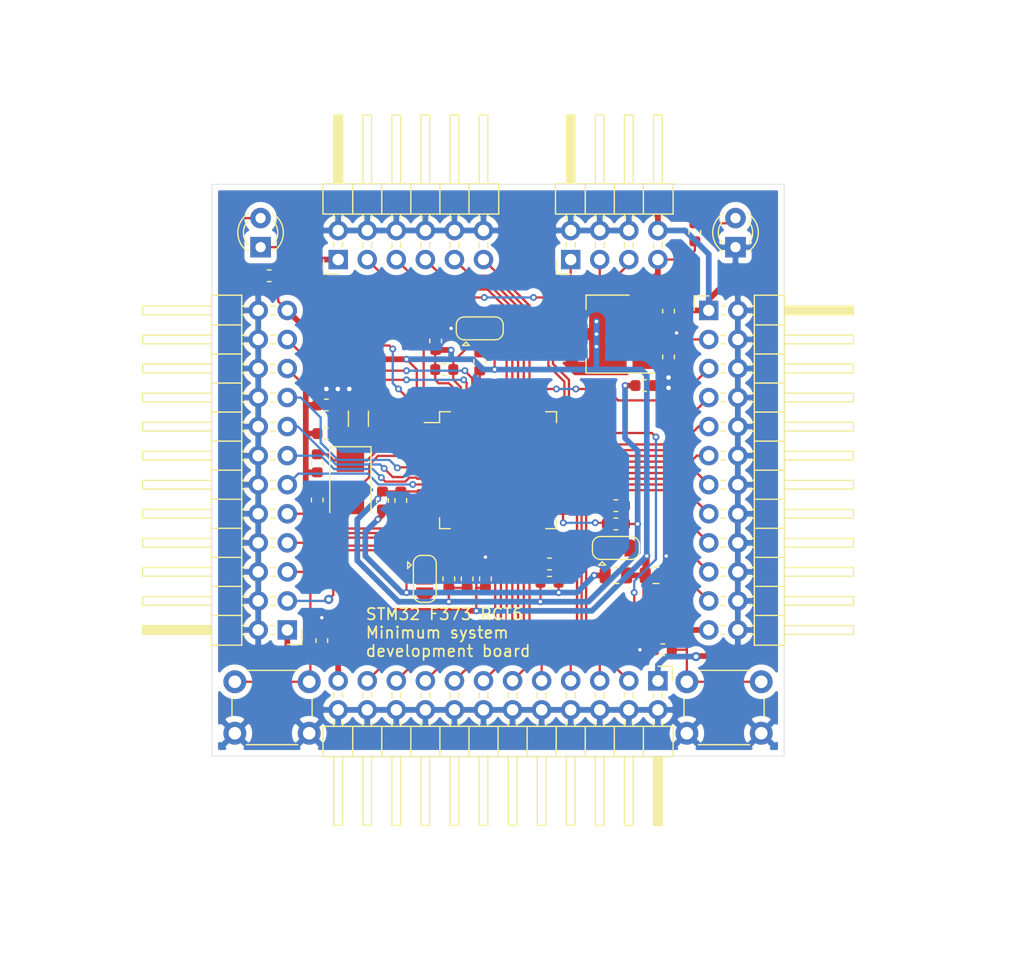
<source format=kicad_pcb>
(kicad_pcb (version 20171130) (host pcbnew "(5.1.6)-1")
  (title_block (title "STM32F373RCT6 - MSDB") (date 2020-11-30) (company "Zenex sp. z o. o."))
  (layers (0 F.Cu signal hide) (31 B.Cu signal hide) (34 B.Paste user hide) (35 F.Paste user hide) (36 B.SilkS user hide) (37 F.SilkS user hide) (38 B.Mask user hide) (39 F.Mask user hide) (44 Edge.Cuts user))
  (net 0 "")
  (net 1 /STM32F373RCT6/GNDA)
  (net 2 /STM32F373RCT6/VDDA)
  (net 3 "Net-(C2-Pad1)")
  (net 4 "Net-(C3-Pad1)")
  (net 5 "Net-(C4-Pad1)")
  (net 6 "Net-(C5-Pad1)")
  (net 7 /STM32F373RCT6/VREFSD+)
  (net 8 /STM32F373RCT6/VREF+)
  (net 9 /STM32F373RCT6/VREFSD+_external)
  (net 10 /STM32F373RCT6/VREF+_external)
  (net 11 /STM32F373RCT6/BOOT0)
  (net 12 "Net-(R1-Pad2)")
  (net 13 GND)
  (net 14 VDD)
  (net 15 /~uC_RESET)
  (net 16 +5V)
  (net 17 /SWD_DIO)
  (net 18 /SWD_CLK)
  (net 19 /A_15)
  (net 20 /C_10)
  (net 21 /C_11)
  (net 22 /C_12)
  (net 23 /B_9)
  (net 24 /B_8)
  (net 25 /B_7)
  (net 26 /B_6)
  (net 27 /B_5)
  (net 28 /B_4)
  (net 29 /B_3)
  (net 30 /D_2)
  (net 31 /F_7)
  (net 32 /F_6)
  (net 33 /A_12)
  (net 34 /A_11)
  (net 35 /A_10)
  (net 36 /A_9)
  (net 37 /A_8)
  (net 38 /C_9)
  (net 39 /C_8)
  (net 40 /C_7)
  (net 41 /C_6)
  (net 42 /D_8)
  (net 43 /E_9)
  (net 44 /E_8)
  (net 45 /B_2)
  (net 46 /B_1)
  (net 47 /B_0)
  (net 48 /C_5)
  (net 49 /C_4)
  (net 50 /A_7)
  (net 51 /A_6)
  (net 52 /A_5)
  (net 53 /A_4)
  (net 54 /A_3)
  (net 55 /A_2)
  (net 56 /A_1)
  (net 57 /A_0)
  (net 58 /C_3)
  (net 59 /C_2)
  (net 60 /C_1)
  (net 61 /C_0)
  (net 62 /C_13)
  (net 63 /B_15)
  (net 64 /B_14)
  (net 65 "Net-(D1-Pad2)")
  (net 66 "Net-(D2-Pad2)")
  (module Button_Switch_THT:SW_PUSH_6mm_H7.3mm (layer F.Cu) (at 151.2 116.2)
    (fp_text reference SW2 hide)
    (fp_text value SW_F6)
    (pad 1 thru_hole circle (at 6.5 0 90) (size 2 2) (drill 1.1) (layers *.Cu *.Mask) (net 32 /F_6))
    (pad 2 thru_hole circle (at 6.5 4.5 90) (size 2 2) (drill 1.1) (layers *.Cu *.Mask) (net 13 GND))
    (pad 1 thru_hole circle (at 0 0 90) (size 2 2) (drill 1.1) (layers *.Cu *.Mask) (net 32 /F_6))
    (pad 2 thru_hole circle (at 0 4.5 90) (size 2 2) (drill 1.1) (layers *.Cu *.Mask) (net 13 GND))
  )
  (module Button_Switch_THT:SW_PUSH_6mm_H7.3mm (layer F.Cu) (at 111.7 116.2)
    (fp_text reference SW1 hide)
    (fp_text value SW_RESET)
    (pad 1 thru_hole circle (at 6.5 0 90) (size 2 2) (drill 1.1) (layers *.Cu *.Mask) (net 15 /~uC_RESET))
    (pad 2 thru_hole circle (at 6.5 4.5 90) (size 2 2) (drill 1.1) (layers *.Cu *.Mask) (net 13 GND))
    (pad 1 thru_hole circle (at 0 0 90) (size 2 2) (drill 1.1) (layers *.Cu *.Mask) (net 15 /~uC_RESET))
    (pad 2 thru_hole circle (at 0 4.5 90) (size 2 2) (drill 1.1) (layers *.Cu *.Mask) (net 13 GND))
  )
  (module Capacitor_SMD:C_0603_1608Metric (layer F.Cu) (at 149.1 113.4)
    (fp_text reference C19 hide)
    (fp_text value 100n)
    (pad 2 smd roundrect (at 0.7875 0) (size 0.875 0.95) (layers F.Cu F.Paste F.Mask) (net 32 /F_6))
    (pad 1 smd roundrect (at -0.7875 0) (size 0.875 0.95) (layers F.Cu F.Paste F.Mask) (net 13 GND))
  )
  (module Capacitor_SMD:C_0603_1608Metric (layer F.Cu) (at 119.3 112.6 270)
    (fp_text reference C7 hide)
    (fp_text value 100n)
    (pad 2 smd roundrect (at 0.7875 0 270) (size 0.875 0.95) (layers F.Cu F.Paste F.Mask) (net 15 /~uC_RESET))
    (pad 1 smd roundrect (at -0.7875 0 270) (size 0.875 0.95) (layers F.Cu F.Paste F.Mask) (net 13 GND))
  )
  (module Resistor_SMD:R_0603_1608Metric (layer F.Cu) (at 151.9 76.9 90)
    (fp_text reference R5 hide)
    (fp_text value 510)
    (pad 2 smd roundrect (at 0.7875 0 90) (size 0.875 0.95) (layers F.Cu F.Paste F.Mask) (net 66 "Net-(D2-Pad2)"))
    (pad 1 smd roundrect (at -0.7875 0 90) (size 0.875 0.95) (layers F.Cu F.Paste F.Mask) (net 14 VDD))
  )
  (module Resistor_SMD:R_0603_1608Metric (layer F.Cu) (at 114.7 80.7 180)
    (fp_text reference R4 hide)
    (fp_text value 510)
    (pad 2 smd roundrect (at 0.7875 0 180) (size 0.875 0.95) (layers F.Cu F.Paste F.Mask) (net 65 "Net-(D1-Pad2)"))
    (pad 1 smd roundrect (at -0.7875 0 180) (size 0.875 0.95) (layers F.Cu F.Paste F.Mask) (net 14 VDD))
  )
  (module LED_THT:LED_D3.0mm (layer F.Cu) (at 155.45 78.2 90)
    (fp_text reference D2 hide)
    (fp_text value LED)
    (pad 2 thru_hole circle (at 2.54 0 90) (size 1.8 1.8) (drill 0.9) (layers *.Cu *.Mask) (net 66 "Net-(D2-Pad2)"))
    (pad 1 thru_hole rect (at 0 0 90) (size 1.8 1.8) (drill 0.9) (layers *.Cu *.Mask) (net 13 GND))
  )
  (module LED_THT:LED_D3.0mm (layer F.Cu) (at 113.95 78.2 90)
    (fp_text reference D1 hide)
    (fp_text value LED)
    (pad 2 thru_hole circle (at 2.54 0 90) (size 1.8 1.8) (drill 0.9) (layers *.Cu *.Mask) (net 65 "Net-(D1-Pad2)"))
    (pad 1 thru_hole rect (at 0 0 90) (size 1.8 1.8) (drill 0.9) (layers *.Cu *.Mask) (net 62 /C_13))
  )
  (module Capacitor_SMD:C_0603_1608Metric (layer F.Cu) (at 139.2 105.9 180)
    (fp_text reference C9 hide)
    (fp_text value 1u)
    (pad 2 smd roundrect (at 0.7875 0 180) (size 0.875 0.95) (layers F.Cu F.Paste F.Mask) (net 1 /STM32F373RCT6/GNDA))
    (pad 1 smd roundrect (at -0.7875 0 180) (size 0.875 0.95) (layers F.Cu F.Paste F.Mask) (net 2 /STM32F373RCT6/VDDA))
  )
  (module Capacitor_SMD:C_0603_1608Metric (layer F.Cu) (at 139.2 107.5 180)
    (fp_text reference C8 hide)
    (fp_text value 10n)
    (pad 2 smd roundrect (at 0.7875 0 180) (size 0.875 0.95) (layers F.Cu F.Paste F.Mask) (net 1 /STM32F373RCT6/GNDA))
    (pad 1 smd roundrect (at -0.7875 0 180) (size 0.875 0.95) (layers F.Cu F.Paste F.Mask) (net 2 /STM32F373RCT6/VDDA))
  )
  (module Connector_PinHeader_2.54mm:PinHeader_2x12_P2.54mm_Horizontal (layer F.Cu) (at 153.115 83.73)
    (fp_text reference J5 hide)
    (fp_text value Conn_02x12_Odd_Even hide)
    (pad 24 thru_hole oval (at 2.54 27.94) (size 1.7 1.7) (drill 1) (layers *.Cu *.Mask) (net 13 GND))
    (pad 23 thru_hole oval (at 0 27.94) (size 1.7 1.7) (drill 1) (layers *.Cu *.Mask) (net 14 VDD))
    (pad 22 thru_hole oval (at 2.54 25.4) (size 1.7 1.7) (drill 1) (layers *.Cu *.Mask) (net 13 GND))
    (pad 21 thru_hole oval (at 0 25.4) (size 1.7 1.7) (drill 1) (layers *.Cu *.Mask) (net 41 /C_6))
    (pad 20 thru_hole oval (at 2.54 22.86) (size 1.7 1.7) (drill 1) (layers *.Cu *.Mask) (net 13 GND))
    (pad 19 thru_hole oval (at 0 22.86) (size 1.7 1.7) (drill 1) (layers *.Cu *.Mask) (net 40 /C_7))
    (pad 18 thru_hole oval (at 2.54 20.32) (size 1.7 1.7) (drill 1) (layers *.Cu *.Mask) (net 13 GND))
    (pad 17 thru_hole oval (at 0 20.32) (size 1.7 1.7) (drill 1) (layers *.Cu *.Mask) (net 39 /C_8))
    (pad 16 thru_hole oval (at 2.54 17.78) (size 1.7 1.7) (drill 1) (layers *.Cu *.Mask) (net 13 GND))
    (pad 15 thru_hole oval (at 0 17.78) (size 1.7 1.7) (drill 1) (layers *.Cu *.Mask) (net 38 /C_9))
    (pad 14 thru_hole oval (at 2.54 15.24) (size 1.7 1.7) (drill 1) (layers *.Cu *.Mask) (net 13 GND))
    (pad 13 thru_hole oval (at 0 15.24) (size 1.7 1.7) (drill 1) (layers *.Cu *.Mask) (net 37 /A_8))
    (pad 12 thru_hole oval (at 2.54 12.7) (size 1.7 1.7) (drill 1) (layers *.Cu *.Mask) (net 13 GND))
    (pad 11 thru_hole oval (at 0 12.7) (size 1.7 1.7) (drill 1) (layers *.Cu *.Mask) (net 36 /A_9))
    (pad 10 thru_hole oval (at 2.54 10.16) (size 1.7 1.7) (drill 1) (layers *.Cu *.Mask) (net 13 GND))
    (pad 9 thru_hole oval (at 0 10.16) (size 1.7 1.7) (drill 1) (layers *.Cu *.Mask) (net 35 /A_10))
    (pad 8 thru_hole oval (at 2.54 7.62) (size 1.7 1.7) (drill 1) (layers *.Cu *.Mask) (net 13 GND))
    (pad 7 thru_hole oval (at 0 7.62) (size 1.7 1.7) (drill 1) (layers *.Cu *.Mask) (net 34 /A_11))
    (pad 6 thru_hole oval (at 2.54 5.08) (size 1.7 1.7) (drill 1) (layers *.Cu *.Mask) (net 13 GND))
    (pad 5 thru_hole oval (at 0 5.08) (size 1.7 1.7) (drill 1) (layers *.Cu *.Mask) (net 33 /A_12))
    (pad 4 thru_hole oval (at 2.54 2.54) (size 1.7 1.7) (drill 1) (layers *.Cu *.Mask) (net 13 GND))
    (pad 3 thru_hole oval (at 0 2.54) (size 1.7 1.7) (drill 1) (layers *.Cu *.Mask) (net 19 /A_15))
    (pad 2 thru_hole oval (at 2.54 0) (size 1.7 1.7) (drill 1) (layers *.Cu *.Mask) (net 13 GND))
    (pad 1 thru_hole rect (at 0 0) (size 1.7 1.7) (drill 1) (layers *.Cu *.Mask) (net 16 +5V))
  )
  (module Connector_PinHeader_2.54mm:PinHeader_2x12_P2.54mm_Horizontal (layer F.Cu) (at 148.67 116.115 270)
    (fp_text reference J4 hide)
    (fp_text value Conn_02x12_Odd_Even hide)
    (pad 24 thru_hole oval (at 2.54 27.94 270) (size 1.7 1.7) (drill 1) (layers *.Cu *.Mask) (net 13 GND))
    (pad 23 thru_hole oval (at 0 27.94 270) (size 1.7 1.7) (drill 1) (layers *.Cu *.Mask) (net 14 VDD))
    (pad 22 thru_hole oval (at 2.54 25.4 270) (size 1.7 1.7) (drill 1) (layers *.Cu *.Mask) (net 13 GND))
    (pad 21 thru_hole oval (at 0 25.4 270) (size 1.7 1.7) (drill 1) (layers *.Cu *.Mask) (net 49 /C_4))
    (pad 20 thru_hole oval (at 2.54 22.86 270) (size 1.7 1.7) (drill 1) (layers *.Cu *.Mask) (net 13 GND))
    (pad 19 thru_hole oval (at 0 22.86 270) (size 1.7 1.7) (drill 1) (layers *.Cu *.Mask) (net 48 /C_5))
    (pad 18 thru_hole oval (at 2.54 20.32 270) (size 1.7 1.7) (drill 1) (layers *.Cu *.Mask) (net 13 GND))
    (pad 17 thru_hole oval (at 0 20.32 270) (size 1.7 1.7) (drill 1) (layers *.Cu *.Mask) (net 47 /B_0))
    (pad 16 thru_hole oval (at 2.54 17.78 270) (size 1.7 1.7) (drill 1) (layers *.Cu *.Mask) (net 13 GND))
    (pad 15 thru_hole oval (at 0 17.78 270) (size 1.7 1.7) (drill 1) (layers *.Cu *.Mask) (net 46 /B_1))
    (pad 14 thru_hole oval (at 2.54 15.24 270) (size 1.7 1.7) (drill 1) (layers *.Cu *.Mask) (net 13 GND))
    (pad 13 thru_hole oval (at 0 15.24 270) (size 1.7 1.7) (drill 1) (layers *.Cu *.Mask) (net 45 /B_2))
    (pad 12 thru_hole oval (at 2.54 12.7 270) (size 1.7 1.7) (drill 1) (layers *.Cu *.Mask) (net 13 GND))
    (pad 11 thru_hole oval (at 0 12.7 270) (size 1.7 1.7) (drill 1) (layers *.Cu *.Mask) (net 44 /E_8))
    (pad 10 thru_hole oval (at 2.54 10.16 270) (size 1.7 1.7) (drill 1) (layers *.Cu *.Mask) (net 13 GND))
    (pad 9 thru_hole oval (at 0 10.16 270) (size 1.7 1.7) (drill 1) (layers *.Cu *.Mask) (net 43 /E_9))
    (pad 8 thru_hole oval (at 2.54 7.62 270) (size 1.7 1.7) (drill 1) (layers *.Cu *.Mask) (net 13 GND))
    (pad 7 thru_hole oval (at 0 7.62 270) (size 1.7 1.7) (drill 1) (layers *.Cu *.Mask) (net 64 /B_14))
    (pad 6 thru_hole oval (at 2.54 5.08 270) (size 1.7 1.7) (drill 1) (layers *.Cu *.Mask) (net 13 GND))
    (pad 5 thru_hole oval (at 0 5.08 270) (size 1.7 1.7) (drill 1) (layers *.Cu *.Mask) (net 63 /B_15))
    (pad 4 thru_hole oval (at 2.54 2.54 270) (size 1.7 1.7) (drill 1) (layers *.Cu *.Mask) (net 13 GND))
    (pad 3 thru_hole oval (at 0 2.54 270) (size 1.7 1.7) (drill 1) (layers *.Cu *.Mask) (net 42 /D_8))
    (pad 2 thru_hole oval (at 2.54 0 270) (size 1.7 1.7) (drill 1) (layers *.Cu *.Mask) (net 13 GND))
    (pad 1 thru_hole rect (at 0 0 270) (size 1.7 1.7) (drill 1) (layers *.Cu *.Mask) (net 16 +5V))
  )
  (module Connector_PinHeader_2.54mm:PinHeader_2x12_P2.54mm_Horizontal (layer F.Cu) (at 116.285 111.67 180)
    (fp_text reference J3 hide)
    (fp_text value Conn_02x12_Odd_Even hide)
    (pad 1 thru_hole rect (at 0 0 180) (size 1.7 1.7) (drill 1) (layers *.Cu *.Mask) (net 16 +5V))
    (pad 2 thru_hole oval (at 2.54 0 180) (size 1.7 1.7) (drill 1) (layers *.Cu *.Mask) (net 13 GND))
    (pad 3 thru_hole oval (at 0 2.54 180) (size 1.7 1.7) (drill 1) (layers *.Cu *.Mask) (net 54 /A_3))
    (pad 4 thru_hole oval (at 2.54 2.54 180) (size 1.7 1.7) (drill 1) (layers *.Cu *.Mask) (net 13 GND))
    (pad 5 thru_hole oval (at 0 5.08 180) (size 1.7 1.7) (drill 1) (layers *.Cu *.Mask) (net 55 /A_2))
    (pad 6 thru_hole oval (at 2.54 5.08 180) (size 1.7 1.7) (drill 1) (layers *.Cu *.Mask) (net 13 GND))
    (pad 7 thru_hole oval (at 0 7.62 180) (size 1.7 1.7) (drill 1) (layers *.Cu *.Mask) (net 56 /A_1))
    (pad 8 thru_hole oval (at 2.54 7.62 180) (size 1.7 1.7) (drill 1) (layers *.Cu *.Mask) (net 13 GND))
    (pad 9 thru_hole oval (at 0 10.16 180) (size 1.7 1.7) (drill 1) (layers *.Cu *.Mask) (net 57 /A_0))
    (pad 10 thru_hole oval (at 2.54 10.16 180) (size 1.7 1.7) (drill 1) (layers *.Cu *.Mask) (net 13 GND))
    (pad 11 thru_hole oval (at 0 12.7 180) (size 1.7 1.7) (drill 1) (layers *.Cu *.Mask) (net 58 /C_3))
    (pad 12 thru_hole oval (at 2.54 12.7 180) (size 1.7 1.7) (drill 1) (layers *.Cu *.Mask) (net 13 GND))
    (pad 13 thru_hole oval (at 0 15.24 180) (size 1.7 1.7) (drill 1) (layers *.Cu *.Mask) (net 59 /C_2))
    (pad 14 thru_hole oval (at 2.54 15.24 180) (size 1.7 1.7) (drill 1) (layers *.Cu *.Mask) (net 13 GND))
    (pad 15 thru_hole oval (at 0 17.78 180) (size 1.7 1.7) (drill 1) (layers *.Cu *.Mask) (net 60 /C_1))
    (pad 16 thru_hole oval (at 2.54 17.78 180) (size 1.7 1.7) (drill 1) (layers *.Cu *.Mask) (net 13 GND))
    (pad 17 thru_hole oval (at 0 20.32 180) (size 1.7 1.7) (drill 1) (layers *.Cu *.Mask) (net 61 /C_0))
    (pad 18 thru_hole oval (at 2.54 20.32 180) (size 1.7 1.7) (drill 1) (layers *.Cu *.Mask) (net 13 GND))
    (pad 19 thru_hole oval (at 0 22.86 180) (size 1.7 1.7) (drill 1) (layers *.Cu *.Mask) (net 23 /B_9))
    (pad 20 thru_hole oval (at 2.54 22.86 180) (size 1.7 1.7) (drill 1) (layers *.Cu *.Mask) (net 13 GND))
    (pad 21 thru_hole oval (at 0 25.4 180) (size 1.7 1.7) (drill 1) (layers *.Cu *.Mask) (net 24 /B_8))
    (pad 22 thru_hole oval (at 2.54 25.4 180) (size 1.7 1.7) (drill 1) (layers *.Cu *.Mask) (net 13 GND))
    (pad 23 thru_hole oval (at 0 27.94 180) (size 1.7 1.7) (drill 1) (layers *.Cu *.Mask) (net 14 VDD))
    (pad 24 thru_hole oval (at 2.54 27.94 180) (size 1.7 1.7) (drill 1) (layers *.Cu *.Mask) (net 13 GND))
  )
  (module Connector_PinHeader_2.54mm:PinHeader_2x06_P2.54mm_Horizontal (layer F.Cu) (at 120.73 79.285 90)
    (fp_text reference J2 hide)
    (fp_text value Conn_02x06_Odd_Even hide)
    (pad 12 thru_hole oval (at 2.54 12.7 90) (size 1.7 1.7) (drill 1) (layers *.Cu *.Mask) (net 13 GND))
    (pad 11 thru_hole oval (at 0 12.7 90) (size 1.7 1.7) (drill 1) (layers *.Cu *.Mask) (net 20 /C_10))
    (pad 10 thru_hole oval (at 2.54 10.16 90) (size 1.7 1.7) (drill 1) (layers *.Cu *.Mask) (net 13 GND))
    (pad 9 thru_hole oval (at 0 10.16 90) (size 1.7 1.7) (drill 1) (layers *.Cu *.Mask) (net 21 /C_11))
    (pad 8 thru_hole oval (at 2.54 7.62 90) (size 1.7 1.7) (drill 1) (layers *.Cu *.Mask) (net 13 GND))
    (pad 7 thru_hole oval (at 0 7.62 90) (size 1.7 1.7) (drill 1) (layers *.Cu *.Mask) (net 22 /C_12))
    (pad 6 thru_hole oval (at 2.54 5.08 90) (size 1.7 1.7) (drill 1) (layers *.Cu *.Mask) (net 13 GND))
    (pad 5 thru_hole oval (at 0 5.08 90) (size 1.7 1.7) (drill 1) (layers *.Cu *.Mask) (net 30 /D_2))
    (pad 4 thru_hole oval (at 2.54 2.54 90) (size 1.7 1.7) (drill 1) (layers *.Cu *.Mask) (net 13 GND))
    (pad 3 thru_hole oval (at 0 2.54 90) (size 1.7 1.7) (drill 1) (layers *.Cu *.Mask) (net 29 /B_3))
    (pad 2 thru_hole oval (at 2.54 0 90) (size 1.7 1.7) (drill 1) (layers *.Cu *.Mask) (net 13 GND))
    (pad 1 thru_hole rect (at 0 0 90) (size 1.7 1.7) (drill 1) (layers *.Cu *.Mask) (net 16 +5V))
  )
  (module Inductor_SMD:L_0805_2012Metric (layer F.Cu) (at 145 106.9)
    (fp_text reference L1 hide)
    (fp_text value 10u)
    (pad 2 smd roundrect (at 0.9375 0) (size 0.975 1.4) (layers F.Cu F.Paste F.Mask) (net 14 VDD))
    (pad 1 smd roundrect (at -0.9375 0) (size 0.975 1.4) (layers F.Cu F.Paste F.Mask) (net 2 /STM32F373RCT6/VDDA))
  )
  (module Capacitor_SMD:C_0603_1608Metric (layer F.Cu) (at 149.6 87.8 270)
    (fp_text reference C18 hide)
    (fp_text value 1u)
    (pad 2 smd roundrect (at 0.7875 0 270) (size 0.875 0.95) (layers F.Cu F.Paste F.Mask) (net 13 GND))
    (pad 1 smd roundrect (at -0.7875 0 270) (size 0.875 0.95) (layers F.Cu F.Paste F.Mask) (net 14 VDD))
  )
  (module Capacitor_SMD:C_0603_1608Metric (layer F.Cu) (at 149.6 83.8 270)
    (fp_text reference C17 hide)
    (fp_text value 10n)
    (pad 2 smd roundrect (at 0.7875 0 270) (size 0.875 0.95) (layers F.Cu F.Paste F.Mask) (net 13 GND))
    (pad 1 smd roundrect (at -0.7875 0 270) (size 0.875 0.95) (layers F.Cu F.Paste F.Mask) (net 16 +5V))
  )
  (module Package_TO_SOT_SMD:SOT-223-3_TabPin2 (layer F.Cu) (at 144.3 85.8 180)
    (fp_text reference U2 hide)
    (fp_text value LM1117-3.3)
    (pad 1 smd rect (at -3.15 -2.3 180) (size 2 1.5) (layers F.Cu F.Paste F.Mask) (net 13 GND))
    (pad 3 smd rect (at -3.15 2.3 180) (size 2 1.5) (layers F.Cu F.Paste F.Mask) (net 16 +5V))
    (pad 2 smd rect (at -3.15 0 180) (size 2 1.5) (layers F.Cu F.Paste F.Mask) (net 14 VDD))
    (pad 2 smd rect (at 3.15 0 180) (size 2 3.8) (layers F.Cu F.Paste F.Mask) (net 14 VDD))
  )
  (module Resistor_SMD:R_0603_1608Metric (layer F.Cu) (at 147.5 90.3 180)
    (fp_text reference R3 hide)
    (fp_text value 0)
    (pad 2 smd roundrect (at 0.7875 0 180) (size 0.875 0.95) (layers F.Cu F.Paste F.Mask) (net 1 /STM32F373RCT6/GNDA))
    (pad 1 smd roundrect (at -0.7875 0 180) (size 0.875 0.95) (layers F.Cu F.Paste F.Mask) (net 13 GND))
  )
  (module Connector_PinHeader_2.54mm:PinHeader_2x04_P2.54mm_Horizontal (layer F.Cu) (at 141.05 79.285 90)
    (fp_text reference J1 hide)
    (fp_text value Conn_02x04_Odd_Even hide)
    (pad 8 thru_hole oval (at 2.54 7.62 90) (size 1.7 1.7) (drill 1) (layers *.Cu *.Mask) (net 16 +5V))
    (pad 7 thru_hole oval (at 0 7.62 90) (size 1.7 1.7) (drill 1) (layers *.Cu *.Mask) (net 14 VDD))
    (pad 6 thru_hole oval (at 2.54 5.08 90) (size 1.7 1.7) (drill 1) (layers *.Cu *.Mask) (net 13 GND))
    (pad 5 thru_hole oval (at 0 5.08 90) (size 1.7 1.7) (drill 1) (layers *.Cu *.Mask) (net 17 /SWD_DIO))
    (pad 4 thru_hole oval (at 2.54 2.54 90) (size 1.7 1.7) (drill 1) (layers *.Cu *.Mask) (net 13 GND))
    (pad 3 thru_hole oval (at 0 2.54 90) (size 1.7 1.7) (drill 1) (layers *.Cu *.Mask) (net 18 /SWD_CLK))
    (pad 2 thru_hole oval (at 2.54 0 90) (size 1.7 1.7) (drill 1) (layers *.Cu *.Mask) (net 13 GND))
    (pad 1 thru_hole rect (at 0 0 90) (size 1.7 1.7) (drill 1) (layers *.Cu *.Mask) (net 15 /~uC_RESET))
  )
  (module Crystal:Crystal_SMD_3215-2Pin_3.2x1.5mm (layer F.Cu) (at 122.5 93.2 90)
    (fp_text reference Y2 hide)
    (fp_text value 32768)
    (pad 2 smd rect (at -1.25 0 90) (size 1 1.8) (layers F.Cu F.Paste F.Mask) (net 6 "Net-(C5-Pad1)"))
    (pad 1 smd rect (at 1.25 0 90) (size 1 1.8) (layers F.Cu F.Paste F.Mask) (net 5 "Net-(C4-Pad1)"))
  )
  (module Crystal:Crystal_SMD_5032-2Pin_5.0x3.2mm (layer F.Cu) (at 121.8 98.7 270)
    (fp_text reference Y1 hide)
    (fp_text value 8M)
    (pad 2 smd rect (at 1.85 0 270) (size 2 2.4) (layers F.Cu F.Paste F.Mask) (net 4 "Net-(C3-Pad1)"))
    (pad 1 smd rect (at -1.85 0 270) (size 2 2.4) (layers F.Cu F.Paste F.Mask) (net 3 "Net-(C2-Pad1)"))
  )
  (module Package_QFP:LQFP-64_10x10mm_P0.5mm (layer F.Cu) (at 134.7 97.7)
    (fp_text reference U1 hide)
    (fp_text value STM32F373RCTx)
    (pad 64 smd roundrect (at -3.75 -5.675) (size 0.3 1.55) (layers F.Cu F.Paste F.Mask) (net 14 VDD))
    (pad 63 smd roundrect (at -3.25 -5.675) (size 0.3 1.55) (layers F.Cu F.Paste F.Mask) (net 13 GND))
    (pad 62 smd roundrect (at -2.75 -5.675) (size 0.3 1.55) (layers F.Cu F.Paste F.Mask) (net 23 /B_9))
    (pad 61 smd roundrect (at -2.25 -5.675) (size 0.3 1.55) (layers F.Cu F.Paste F.Mask) (net 24 /B_8))
    (pad 60 smd roundrect (at -1.75 -5.675) (size 0.3 1.55) (layers F.Cu F.Paste F.Mask) (net 12 "Net-(R1-Pad2)"))
    (pad 59 smd roundrect (at -1.25 -5.675) (size 0.3 1.55) (layers F.Cu F.Paste F.Mask) (net 25 /B_7))
    (pad 58 smd roundrect (at -0.75 -5.675) (size 0.3 1.55) (layers F.Cu F.Paste F.Mask) (net 26 /B_6))
    (pad 57 smd roundrect (at -0.25 -5.675) (size 0.3 1.55) (layers F.Cu F.Paste F.Mask) (net 27 /B_5))
    (pad 56 smd roundrect (at 0.25 -5.675) (size 0.3 1.55) (layers F.Cu F.Paste F.Mask) (net 28 /B_4))
    (pad 55 smd roundrect (at 0.75 -5.675) (size 0.3 1.55) (layers F.Cu F.Paste F.Mask) (net 29 /B_3))
    (pad 54 smd roundrect (at 1.25 -5.675) (size 0.3 1.55) (layers F.Cu F.Paste F.Mask) (net 30 /D_2))
    (pad 53 smd roundrect (at 1.75 -5.675) (size 0.3 1.55) (layers F.Cu F.Paste F.Mask) (net 22 /C_12))
    (pad 52 smd roundrect (at 2.25 -5.675) (size 0.3 1.55) (layers F.Cu F.Paste F.Mask) (net 21 /C_11))
    (pad 51 smd roundrect (at 2.75 -5.675) (size 0.3 1.55) (layers F.Cu F.Paste F.Mask) (net 20 /C_10))
    (pad 50 smd roundrect (at 3.25 -5.675) (size 0.3 1.55) (layers F.Cu F.Paste F.Mask) (net 19 /A_15))
    (pad 49 smd roundrect (at 3.75 -5.675) (size 0.3 1.55) (layers F.Cu F.Paste F.Mask) (net 18 /SWD_CLK))
    (pad 48 smd roundrect (at 5.675 -3.75) (size 1.55 0.3) (layers F.Cu F.Paste F.Mask) (net 31 /F_7))
    (pad 47 smd roundrect (at 5.675 -3.25) (size 1.55 0.3) (layers F.Cu F.Paste F.Mask) (net 32 /F_6))
    (pad 46 smd roundrect (at 5.675 -2.75) (size 1.55 0.3) (layers F.Cu F.Paste F.Mask) (net 17 /SWD_DIO))
    (pad 45 smd roundrect (at 5.675 -2.25) (size 1.55 0.3) (layers F.Cu F.Paste F.Mask) (net 33 /A_12))
    (pad 44 smd roundrect (at 5.675 -1.75) (size 1.55 0.3) (layers F.Cu F.Paste F.Mask) (net 34 /A_11))
    (pad 43 smd roundrect (at 5.675 -1.25) (size 1.55 0.3) (layers F.Cu F.Paste F.Mask) (net 35 /A_10))
    (pad 42 smd roundrect (at 5.675 -0.75) (size 1.55 0.3) (layers F.Cu F.Paste F.Mask) (net 36 /A_9))
    (pad 41 smd roundrect (at 5.675 -0.25) (size 1.55 0.3) (layers F.Cu F.Paste F.Mask) (net 37 /A_8))
    (pad 40 smd roundrect (at 5.675 0.25) (size 1.55 0.3) (layers F.Cu F.Paste F.Mask) (net 38 /C_9))
    (pad 39 smd roundrect (at 5.675 0.75) (size 1.55 0.3) (layers F.Cu F.Paste F.Mask) (net 39 /C_8))
    (pad 38 smd roundrect (at 5.675 1.25) (size 1.55 0.3) (layers F.Cu F.Paste F.Mask) (net 40 /C_7))
    (pad 37 smd roundrect (at 5.675 1.75) (size 1.55 0.3) (layers F.Cu F.Paste F.Mask) (net 41 /C_6))
    (pad 36 smd roundrect (at 5.675 2.25) (size 1.55 0.3) (layers F.Cu F.Paste F.Mask) (net 42 /D_8))
    (pad 35 smd roundrect (at 5.675 2.75) (size 1.55 0.3) (layers F.Cu F.Paste F.Mask) (net 63 /B_15))
    (pad 34 smd roundrect (at 5.675 3.25) (size 1.55 0.3) (layers F.Cu F.Paste F.Mask) (net 64 /B_14))
    (pad 33 smd roundrect (at 5.675 3.75) (size 1.55 0.3) (layers F.Cu F.Paste F.Mask) (net 7 /STM32F373RCT6/VREFSD+))
    (pad 32 smd roundrect (at 3.75 5.675) (size 0.3 1.55) (layers F.Cu F.Paste F.Mask) (net 2 /STM32F373RCT6/VDDA))
    (pad 31 smd roundrect (at 3.25 5.675) (size 0.3 1.55) (layers F.Cu F.Paste F.Mask) (net 1 /STM32F373RCT6/GNDA))
    (pad 30 smd roundrect (at 2.75 5.675) (size 0.3 1.55) (layers F.Cu F.Paste F.Mask) (net 43 /E_9))
    (pad 29 smd roundrect (at 2.25 5.675) (size 0.3 1.55) (layers F.Cu F.Paste F.Mask) (net 44 /E_8))
    (pad 28 smd roundrect (at 1.75 5.675) (size 0.3 1.55) (layers F.Cu F.Paste F.Mask) (net 45 /B_2))
    (pad 27 smd roundrect (at 1.25 5.675) (size 0.3 1.55) (layers F.Cu F.Paste F.Mask) (net 46 /B_1))
    (pad 26 smd roundrect (at 0.75 5.675) (size 0.3 1.55) (layers F.Cu F.Paste F.Mask) (net 47 /B_0))
    (pad 25 smd roundrect (at 0.25 5.675) (size 0.3 1.55) (layers F.Cu F.Paste F.Mask) (net 48 /C_5))
    (pad 24 smd roundrect (at -0.25 5.675) (size 0.3 1.55) (layers F.Cu F.Paste F.Mask) (net 49 /C_4))
    (pad 23 smd roundrect (at -0.75 5.675) (size 0.3 1.55) (layers F.Cu F.Paste F.Mask) (net 50 /A_7))
    (pad 22 smd roundrect (at -1.25 5.675) (size 0.3 1.55) (layers F.Cu F.Paste F.Mask) (net 51 /A_6))
    (pad 21 smd roundrect (at -1.75 5.675) (size 0.3 1.55) (layers F.Cu F.Paste F.Mask) (net 52 /A_5))
    (pad 20 smd roundrect (at -2.25 5.675) (size 0.3 1.55) (layers F.Cu F.Paste F.Mask) (net 53 /A_4))
    (pad 19 smd roundrect (at -2.75 5.675) (size 0.3 1.55) (layers F.Cu F.Paste F.Mask) (net 14 VDD))
    (pad 18 smd roundrect (at -3.25 5.675) (size 0.3 1.55) (layers F.Cu F.Paste F.Mask) (net 54 /A_3))
    (pad 17 smd roundrect (at -3.75 5.675) (size 0.3 1.55) (layers F.Cu F.Paste F.Mask) (net 8 /STM32F373RCT6/VREF+))
    (pad 16 smd roundrect (at -5.675 3.75) (size 1.55 0.3) (layers F.Cu F.Paste F.Mask) (net 55 /A_2))
    (pad 15 smd roundrect (at -5.675 3.25) (size 1.55 0.3) (layers F.Cu F.Paste F.Mask) (net 56 /A_1))
    (pad 14 smd roundrect (at -5.675 2.75) (size 1.55 0.3) (layers F.Cu F.Paste F.Mask) (net 57 /A_0))
    (pad 13 smd roundrect (at -5.675 2.25) (size 1.55 0.3) (layers F.Cu F.Paste F.Mask) (net 2 /STM32F373RCT6/VDDA))
    (pad 12 smd roundrect (at -5.675 1.75) (size 1.55 0.3) (layers F.Cu F.Paste F.Mask) (net 1 /STM32F373RCT6/GNDA))
    (pad 11 smd roundrect (at -5.675 1.25) (size 1.55 0.3) (layers F.Cu F.Paste F.Mask) (net 58 /C_3))
    (pad 10 smd roundrect (at -5.675 0.75) (size 1.55 0.3) (layers F.Cu F.Paste F.Mask) (net 59 /C_2))
    (pad 9 smd roundrect (at -5.675 0.25) (size 1.55 0.3) (layers F.Cu F.Paste F.Mask) (net 60 /C_1))
    (pad 8 smd roundrect (at -5.675 -0.25) (size 1.55 0.3) (layers F.Cu F.Paste F.Mask) (net 61 /C_0))
    (pad 7 smd roundrect (at -5.675 -0.75) (size 1.55 0.3) (layers F.Cu F.Paste F.Mask) (net 15 /~uC_RESET))
    (pad 6 smd roundrect (at -5.675 -1.25) (size 1.55 0.3) (layers F.Cu F.Paste F.Mask) (net 4 "Net-(C3-Pad1)"))
    (pad 5 smd roundrect (at -5.675 -1.75) (size 1.55 0.3) (layers F.Cu F.Paste F.Mask) (net 3 "Net-(C2-Pad1)"))
    (pad 4 smd roundrect (at -5.675 -2.25) (size 1.55 0.3) (layers F.Cu F.Paste F.Mask) (net 6 "Net-(C5-Pad1)"))
    (pad 3 smd roundrect (at -5.675 -2.75) (size 1.55 0.3) (layers F.Cu F.Paste F.Mask) (net 5 "Net-(C4-Pad1)"))
    (pad 2 smd roundrect (at -5.675 -3.25) (size 1.55 0.3) (layers F.Cu F.Paste F.Mask) (net 62 /C_13))
    (pad 1 smd roundrect (at -5.675 -3.75) (size 1.55 0.3) (layers F.Cu F.Paste F.Mask) (net 14 VDD))
  )
  (module Resistor_SMD:R_0603_1608Metric (layer F.Cu) (at 129.25 86.4 270)
    (fp_text reference R2 hide)
    (fp_text value 10K)
    (pad 2 smd roundrect (at 0.7875 0 270) (size 0.875 0.95) (layers F.Cu F.Paste F.Mask) (net 14 VDD))
    (pad 1 smd roundrect (at -0.7875 0 270) (size 0.875 0.95) (layers F.Cu F.Paste F.Mask) (net 15 /~uC_RESET))
  )
  (module Resistor_SMD:R_0603_1608Metric (layer F.Cu) (at 133.1 88.2 270)
    (fp_text reference R1 hide)
    (fp_text value 10K)
    (pad 2 smd roundrect (at 0.7875 0 270) (size 0.875 0.95) (layers F.Cu F.Paste F.Mask) (net 12 "Net-(R1-Pad2)"))
    (pad 1 smd roundrect (at -0.7875 0 270) (size 0.875 0.95) (layers F.Cu F.Paste F.Mask) (net 11 /STM32F373RCT6/BOOT0))
  )
  (module Jumper:SolderJumper-3_P1.3mm_Open_RoundedPad1.0x1.5mm (layer F.Cu) (at 133.1 85.3)
    (fp_text reference JP3 hide)
    (fp_text value Jumper_BOOT0 hide)
    (pad 2 smd rect (at 0 0) (size 1 1.5) (layers F.Cu F.Mask) (net 11 /STM32F373RCT6/BOOT0))
    (pad 3 smd custom (at 1.3 0) (size 1 0.5) (layers F.Cu F.Mask) (net 14 VDD) (options (clearance outline) (anchor rect)) (primitives (gr_circle (center 0 0.25) (end 0.5 0.25) (width 0)) (gr_circle (center 0 -0.25) (end 0.5 -0.25) (width 0)) (gr_poly (pts (xy -0.55 -0.75) (xy 0 -0.75) (xy 0 0.75) (xy -0.55 0.75)) (width 0))))
    (pad 1 smd custom (at -1.3 0) (size 1 0.5) (layers F.Cu F.Mask) (net 13 GND) (options (clearance outline) (anchor rect)) (primitives (gr_circle (center 0 0.25) (end 0.5 0.25) (width 0)) (gr_circle (center 0 -0.25) (end 0.5 -0.25) (width 0)) (gr_poly (pts (xy 0.55 -0.75) (xy 0 -0.75) (xy 0 0.75) (xy 0.55 0.75)) (width 0))))
  )
  (module Jumper:SolderJumper-3_P1.3mm_Open_RoundedPad1.0x1.5mm (layer F.Cu) (at 128.3 107.2 270)
    (fp_text reference JP2 hide)
    (fp_text value Jumper_VREF hide)
    (pad 2 smd rect (at 0 0 270) (size 1 1.5) (layers F.Cu F.Mask) (net 8 /STM32F373RCT6/VREF+))
    (pad 3 smd custom (at 1.3 0 270) (size 1 0.5) (layers F.Cu F.Mask) (net 10 /STM32F373RCT6/VREF+_external) (options (clearance outline) (anchor rect)) (primitives (gr_circle (center 0 0.25) (end 0.5 0.25) (width 0)) (gr_circle (center 0 -0.25) (end 0.5 -0.25) (width 0)) (gr_poly (pts (xy -0.55 -0.75) (xy 0 -0.75) (xy 0 0.75) (xy -0.55 0.75)) (width 0))))
    (pad 1 smd custom (at -1.3 0 270) (size 1 0.5) (layers F.Cu F.Mask) (net 2 /STM32F373RCT6/VDDA) (options (clearance outline) (anchor rect)) (primitives (gr_circle (center 0 0.25) (end 0.5 0.25) (width 0)) (gr_circle (center 0 -0.25) (end 0.5 -0.25) (width 0)) (gr_poly (pts (xy 0.55 -0.75) (xy 0 -0.75) (xy 0 0.75) (xy 0.55 0.75)) (width 0))))
  )
  (module Jumper:SolderJumper-3_P1.3mm_Open_RoundedPad1.0x1.5mm (layer F.Cu) (at 145 104.5)
    (fp_text reference JP1 hide)
    (fp_text value Jumper_VREFSD hide)
    (pad 2 smd rect (at 0 0) (size 1 1.5) (layers F.Cu F.Mask) (net 7 /STM32F373RCT6/VREFSD+))
    (pad 3 smd custom (at 1.3 0) (size 1 0.5) (layers F.Cu F.Mask) (net 9 /STM32F373RCT6/VREFSD+_external) (options (clearance outline) (anchor rect)) (primitives (gr_circle (center 0 0.25) (end 0.5 0.25) (width 0)) (gr_circle (center 0 -0.25) (end 0.5 -0.25) (width 0)) (gr_poly (pts (xy -0.55 -0.75) (xy 0 -0.75) (xy 0 0.75) (xy -0.55 0.75)) (width 0))))
    (pad 1 smd custom (at -1.3 0) (size 1 0.5) (layers F.Cu F.Mask) (net 2 /STM32F373RCT6/VDDA) (options (clearance outline) (anchor rect)) (primitives (gr_circle (center 0 0.25) (end 0.5 0.25) (width 0)) (gr_circle (center 0 -0.25) (end 0.5 -0.25) (width 0)) (gr_poly (pts (xy 0.55 -0.75) (xy 0 -0.75) (xy 0 0.75) (xy 0.55 0.75)) (width 0))))
  )
  (module Capacitor_SMD:C_0805_2012Metric (layer F.Cu) (at 148.5 106.9)
    (fp_text reference C16 hide)
    (fp_text value 4,7u)
    (pad 2 smd roundrect (at 0.9375 0) (size 0.975 1.4) (layers F.Cu F.Paste F.Mask) (net 13 GND))
    (pad 1 smd roundrect (at -0.9375 0) (size 0.975 1.4) (layers F.Cu F.Paste F.Mask) (net 14 VDD))
  )
  (module Capacitor_SMD:C_0603_1608Metric (layer F.Cu) (at 130 88.9)
    (fp_text reference C15 hide)
    (fp_text value 100n)
    (pad 2 smd roundrect (at 0.7875 0) (size 0.875 0.95) (layers F.Cu F.Paste F.Mask) (net 13 GND))
    (pad 1 smd roundrect (at -0.7875 0) (size 0.875 0.95) (layers F.Cu F.Paste F.Mask) (net 14 VDD))
  )
  (module Capacitor_SMD:C_0603_1608Metric (layer F.Cu) (at 133.6 107.2 90)
    (fp_text reference C14 hide)
    (fp_text value 100n)
    (pad 2 smd roundrect (at 0.7875 0 90) (size 0.875 0.95) (layers F.Cu F.Paste F.Mask) (net 13 GND))
    (pad 1 smd roundrect (at -0.7875 0 90) (size 0.875 0.95) (layers F.Cu F.Paste F.Mask) (net 14 VDD))
  )
  (module Capacitor_SMD:C_0603_1608Metric (layer F.Cu) (at 132 107.2 270)
    (fp_text reference C13 hide)
    (fp_text value 1u)
    (pad 2 smd roundrect (at 0.7875 0 270) (size 0.875 0.95) (layers F.Cu F.Paste F.Mask) (net 1 /STM32F373RCT6/GNDA))
    (pad 1 smd roundrect (at -0.7875 0 270) (size 0.875 0.95) (layers F.Cu F.Paste F.Mask) (net 8 /STM32F373RCT6/VREF+))
  )
  (module Capacitor_SMD:C_0603_1608Metric (layer F.Cu) (at 130.4 107.2 270)
    (fp_text reference C12 hide)
    (fp_text value 10n)
    (pad 2 smd roundrect (at 0.7875 0 270) (size 0.875 0.95) (layers F.Cu F.Paste F.Mask) (net 1 /STM32F373RCT6/GNDA))
    (pad 1 smd roundrect (at -0.7875 0 270) (size 0.875 0.95) (layers F.Cu F.Paste F.Mask) (net 8 /STM32F373RCT6/VREF+))
  )
  (module Capacitor_SMD:C_0603_1608Metric (layer F.Cu) (at 145 100.8)
    (fp_text reference C11 hide)
    (fp_text value 1u)
    (pad 2 smd roundrect (at 0.7875 0) (size 0.875 0.95) (layers F.Cu F.Paste F.Mask) (net 1 /STM32F373RCT6/GNDA))
    (pad 1 smd roundrect (at -0.7875 0) (size 0.875 0.95) (layers F.Cu F.Paste F.Mask) (net 7 /STM32F373RCT6/VREFSD+))
  )
  (module Capacitor_SMD:C_0603_1608Metric (layer F.Cu) (at 145 102.4)
    (fp_text reference C10 hide)
    (fp_text value 10n)
    (pad 2 smd roundrect (at 0.7875 0) (size 0.875 0.95) (layers F.Cu F.Paste F.Mask) (net 1 /STM32F373RCT6/GNDA))
    (pad 1 smd roundrect (at -0.7875 0) (size 0.875 0.95) (layers F.Cu F.Paste F.Mask) (net 7 /STM32F373RCT6/VREFSD+))
  )
  (module Capacitor_SMD:C_0603_1608Metric (layer F.Cu) (at 124.6 100.35 90)
    (fp_text reference C6 hide)
    (fp_text value 1u)
    (pad 2 smd roundrect (at 0.7875 0 90) (size 0.875 0.95) (layers F.Cu F.Paste F.Mask) (net 1 /STM32F373RCT6/GNDA))
    (pad 1 smd roundrect (at -0.7875 0 90) (size 0.875 0.95) (layers F.Cu F.Paste F.Mask) (net 2 /STM32F373RCT6/VDDA))
  )
  (module Capacitor_SMD:C_0603_1608Metric (layer F.Cu) (at 119.7 94.5 180)
    (fp_text reference C5 hide)
    (fp_text value 12p)
    (pad 2 smd roundrect (at 0.7875 0 180) (size 0.875 0.95) (layers F.Cu F.Paste F.Mask) (net 13 GND))
    (pad 1 smd roundrect (at -0.7875 0 180) (size 0.875 0.95) (layers F.Cu F.Paste F.Mask) (net 6 "Net-(C5-Pad1)"))
  )
  (module Capacitor_SMD:C_0603_1608Metric (layer F.Cu) (at 119.7 92 180)
    (fp_text reference C4 hide)
    (fp_text value 12p)
    (pad 2 smd roundrect (at 0.7875 0 180) (size 0.875 0.95) (layers F.Cu F.Paste F.Mask) (net 13 GND))
    (pad 1 smd roundrect (at -0.7875 0 180) (size 0.875 0.95) (layers F.Cu F.Paste F.Mask) (net 5 "Net-(C4-Pad1)"))
  )
  (module Capacitor_SMD:C_0603_1608Metric (layer F.Cu) (at 118.9 100.3 90)
    (fp_text reference C3 hide)
    (fp_text value 22p)
    (pad 2 smd roundrect (at 0.7875 0 90) (size 0.875 0.95) (layers F.Cu F.Paste F.Mask) (net 13 GND))
    (pad 1 smd roundrect (at -0.7875 0 90) (size 0.875 0.95) (layers F.Cu F.Paste F.Mask) (net 4 "Net-(C3-Pad1)"))
  )
  (module Capacitor_SMD:C_0603_1608Metric (layer F.Cu) (at 118.9 97.1 270)
    (fp_text reference C2 hide)
    (fp_text value 22p)
    (pad 2 smd roundrect (at 0.7875 0 270) (size 0.875 0.95) (layers F.Cu F.Paste F.Mask) (net 13 GND))
    (pad 1 smd roundrect (at -0.7875 0 270) (size 0.875 0.95) (layers F.Cu F.Paste F.Mask) (net 3 "Net-(C2-Pad1)"))
  )
  (module Capacitor_SMD:C_0603_1608Metric (layer F.Cu) (at 126.2 100.35 90)
    (fp_text reference C1 hide)
    (fp_text value 10n)
    (pad 2 smd roundrect (at 0.7875 0 90) (size 0.875 0.95) (layers F.Cu F.Paste F.Mask) (net 1 /STM32F373RCT6/GNDA))
    (pad 1 smd roundrect (at -0.7875 0 90) (size 0.875 0.95) (layers F.Cu F.Paste F.Mask) (net 2 /STM32F373RCT6/VDDA))
  )
  (gr_line (start 159.7 72.7) (end 159.7 122.7) (layer Edge.Cuts) (width 0.05))
  (gr_text "STM32 F373 RCT6\nMinimum system\ndevelopment board" (at 123.05 111.9) (layer F.SilkS) (effects (font (size 1 1)) (justify left)))
  (gr_line (start 109.7 122.7) (end 109.7 72.7) (layer Edge.Cuts) (width 0.05))
  (gr_line (start 159.7 122.7) (end 109.7 122.7) (layer Edge.Cuts) (width 0.05))
  (gr_line (start 109.7 72.7) (end 159.7 72.7) (layer Edge.Cuts) (width 0.05))
  (segment (start 126.2 99.5625) (end 124.6 99.5625) (width 0.2) (layer F.Cu) (net 1))
  (segment (start 138.4125 105.9) (end 138.4125 107.5) (width 0.2) (layer F.Cu) (net 1))
  (segment (start 129.025 99.45) (end 127.75 99.45) (width 0.2) (layer F.Cu) (net 1))
  (segment (start 127.6375 99.5625) (end 126.2 99.5625) (width 0.2) (layer F.Cu) (net 1))
  (segment (start 127.75 99.45) (end 127.6375 99.5625) (width 0.2) (layer F.Cu) (net 1))
  (segment (start 137.95 103.375) (end 137.95 104.55) (width 0.2) (layer F.Cu) (net 1))
  (segment (start 138.4125 105.0125) (end 138.4125 105.9) (width 0.2) (layer F.Cu) (net 1))
  (segment (start 137.95 104.55) (end 138.4125 105.0125) (width 0.2) (layer F.Cu) (net 1))
  (via (at 145.8 90.3) (size 0.6) (drill 0.3) (layers F.Cu B.Cu) (net 1))
  (segment (start 146.7125 90.3) (end 145.8 90.3) (width 0.5) (layer F.Cu) (net 1))
  (segment (start 145.8 90.3) (end 145.8 94.9) (width 0.5) (layer B.Cu) (net 1))
  (segment (start 145.8 94.9) (end 146.9 96) (width 0.5) (layer B.Cu) (net 1))
  (segment (start 146.9 104.9) (end 142.6 109.2) (width 0.5) (layer B.Cu) (net 1))
  (via (at 124.2 100.2) (size 0.6) (drill 0.3) (layers F.Cu B.Cu) (net 1))
  (segment (start 124.6 99.8) (end 124.6 99.5625) (width 0.2) (layer F.Cu) (net 1))
  (segment (start 124.2 100.2) (end 124.6 99.8) (width 0.2) (layer F.Cu) (net 1))
  (via (at 138.4 109.2) (size 0.6) (drill 0.3) (layers F.Cu B.Cu) (net 1))
  (segment (start 138.4125 109.1875) (end 138.4 109.2) (width 0.2) (layer F.Cu) (net 1))
  (segment (start 142.6 109.2) (end 138.4 109.2) (width 0.5) (layer B.Cu) (net 1))
  (segment (start 138.4125 107.5) (end 138.4125 109.1875) (width 0.2) (layer F.Cu) (net 1))
  (segment (start 123.4 101) (end 124.2 100.2) (width 0.5) (layer B.Cu) (net 1))
  (segment (start 122.4 102) (end 123.4 101) (width 0.5) (layer B.Cu) (net 1))
  (segment (start 122.4 105.6) (end 122.4 102) (width 0.5) (layer B.Cu) (net 1))
  (segment (start 126 109.2) (end 122.4 105.6) (width 0.5) (layer B.Cu) (net 1))
  (via (at 130.4 109.2) (size 0.6) (drill 0.3) (layers F.Cu B.Cu) (net 1))
  (segment (start 138.4 109.2) (end 130.4 109.2) (width 0.5) (layer B.Cu) (net 1))
  (segment (start 130.4 107.9875) (end 130.4 109.2) (width 0.2) (layer F.Cu) (net 1))
  (segment (start 130.4 109.2) (end 126 109.2) (width 0.5) (layer B.Cu) (net 1))
  (segment (start 132 107.9875) (end 130.4 107.9875) (width 0.2) (layer F.Cu) (net 1))
  (via (at 146.9 102.4) (size 0.6) (drill 0.3) (layers F.Cu B.Cu) (net 1))
  (segment (start 145.7875 102.4) (end 146.9 102.4) (width 0.2) (layer F.Cu) (net 1))
  (segment (start 146.9 96) (end 146.9 102.4) (width 0.5) (layer B.Cu) (net 1))
  (segment (start 146.9 102.4) (end 146.9 104.9) (width 0.5) (layer B.Cu) (net 1))
  (segment (start 145.7875 100.8) (end 145.7875 102.4) (width 0.2) (layer F.Cu) (net 1))
  (segment (start 129.025 99.95) (end 128 99.95) (width 0.2) (layer F.Cu) (net 2))
  (segment (start 126.8125 101.1375) (end 126.2 101.1375) (width 0.2) (layer F.Cu) (net 2))
  (segment (start 128 99.95) (end 126.8125 101.1375) (width 0.2) (layer F.Cu) (net 2))
  (segment (start 125.4375 101.1375) (end 126.2 101.1375) (width 0.2) (layer F.Cu) (net 2))
  (segment (start 124.6 101.1375) (end 125.4375 101.1375) (width 0.2) (layer F.Cu) (net 2))
  (via (at 143.1 106.9) (size 0.6) (drill 0.3) (layers F.Cu B.Cu) (net 2))
  (segment (start 143.1 106.9) (end 144.0625 106.9) (width 0.5) (layer F.Cu) (net 2))
  (segment (start 143.7 104.5) (end 143.7 105.3) (width 0.2) (layer F.Cu) (net 2))
  (segment (start 144.0625 105.6625) (end 144.0625 106.9) (width 0.2) (layer F.Cu) (net 2))
  (segment (start 143.7 105.3) (end 144.0625 105.6625) (width 0.2) (layer F.Cu) (net 2))
  (segment (start 138.45 103.375) (end 138.45 104.45) (width 0.2) (layer F.Cu) (net 2))
  (segment (start 138.45 104.45) (end 138.9 104.9) (width 0.2) (layer F.Cu) (net 2))
  (segment (start 138.9 104.9) (end 139.7 104.9) (width 0.2) (layer F.Cu) (net 2))
  (segment (start 139.9875 105.1875) (end 139.9875 105.9) (width 0.2) (layer F.Cu) (net 2))
  (segment (start 139.7 104.9) (end 139.9875 105.1875) (width 0.2) (layer F.Cu) (net 2))
  (segment (start 139.9875 106.6875) (end 139.9875 107.5) (width 0.2) (layer F.Cu) (net 2))
  (segment (start 139.9875 105.9) (end 139.9875 106.6875) (width 0.2) (layer F.Cu) (net 2))
  (segment (start 143.1 106.9) (end 141.6 108.4) (width 0.5) (layer B.Cu) (net 2))
  (segment (start 126.3 108.4) (end 123.1 105.2) (width 0.5) (layer B.Cu) (net 2))
  (via (at 124.2 102) (size 0.6) (drill 0.3) (layers F.Cu B.Cu) (net 2))
  (segment (start 123.1 105.2) (end 123.1 103.1) (width 0.5) (layer B.Cu) (net 2))
  (segment (start 123.1 103.1) (end 124.2 102) (width 0.5) (layer B.Cu) (net 2))
  (segment (start 124.6 101.6) (end 124.6 101.1375) (width 0.5) (layer F.Cu) (net 2))
  (segment (start 124.2 102) (end 124.6 101.6) (width 0.5) (layer F.Cu) (net 2))
  (segment (start 139.9875 107.5) (end 139.9875 108.3875) (width 0.2) (layer F.Cu) (net 2))
  (via (at 140 108.4) (size 0.6) (drill 0.3) (layers F.Cu B.Cu) (net 2))
  (segment (start 139.9875 108.3875) (end 140 108.4) (width 0.2) (layer F.Cu) (net 2))
  (segment (start 141.6 108.4) (end 140 108.4) (width 0.5) (layer B.Cu) (net 2))
  (segment (start 128.3 105.9) (end 127.3 105.9) (width 0.2) (layer F.Cu) (net 2))
  (via (at 126.7 108.4) (size 0.6) (drill 0.3) (layers F.Cu B.Cu) (net 2))
  (segment (start 126.7 106.5) (end 126.7 108.4) (width 0.2) (layer F.Cu) (net 2))
  (segment (start 127.3 105.9) (end 126.7 106.5) (width 0.2) (layer F.Cu) (net 2))
  (segment (start 140 108.4) (end 126.7 108.4) (width 0.5) (layer B.Cu) (net 2))
  (segment (start 126.7 108.4) (end 126.3 108.4) (width 0.5) (layer B.Cu) (net 2))
  (segment (start 129.025 95.95) (end 124.15 95.95) (width 0.2) (layer F.Cu) (net 3))
  (segment (start 123.25 96.85) (end 121.8 96.85) (width 0.2) (layer F.Cu) (net 3))
  (segment (start 124.15 95.95) (end 123.25 96.85) (width 0.2) (layer F.Cu) (net 3))
  (segment (start 121.8 96.85) (end 120.35 96.85) (width 0.2) (layer F.Cu) (net 3))
  (segment (start 119.8125 96.3125) (end 118.9 96.3125) (width 0.2) (layer F.Cu) (net 3))
  (segment (start 120.35 96.85) (end 119.8125 96.3125) (width 0.2) (layer F.Cu) (net 3))
  (segment (start 121.8 100.55) (end 120.45 100.55) (width 0.2) (layer F.Cu) (net 4))
  (segment (start 119.9125 101.0875) (end 118.9 101.0875) (width 0.2) (layer F.Cu) (net 4))
  (segment (start 120.45 100.55) (end 119.9125 101.0875) (width 0.2) (layer F.Cu) (net 4))
  (segment (start 129.025 96.45) (end 124.215698 96.45) (width 0.2) (layer F.Cu) (net 4))
  (segment (start 124.215698 96.45) (end 123.45 97.215698) (width 0.2) (layer F.Cu) (net 4))
  (segment (start 123.45 97.215698) (end 123.45 98.3) (width 0.2) (layer F.Cu) (net 4))
  (segment (start 121.8 99.95) (end 121.8 100.55) (width 0.2) (layer F.Cu) (net 4))
  (segment (start 123.45 98.3) (end 121.8 99.95) (width 0.2) (layer F.Cu) (net 4))
  (segment (start 129.025 94.95) (end 124.75 94.95) (width 0.2) (layer F.Cu) (net 5))
  (segment (start 124.75 94.95) (end 123.9 94.1) (width 0.2) (layer F.Cu) (net 5))
  (segment (start 123.9 94.1) (end 123.9 92.3) (width 0.2) (layer F.Cu) (net 5))
  (segment (start 123.55 91.95) (end 122.5 91.95) (width 0.2) (layer F.Cu) (net 5))
  (segment (start 123.9 92.3) (end 123.55 91.95) (width 0.2) (layer F.Cu) (net 5))
  (segment (start 120.5375 91.95) (end 120.4875 92) (width 0.2) (layer F.Cu) (net 5))
  (segment (start 122.5 91.95) (end 120.5375 91.95) (width 0.2) (layer F.Cu) (net 5))
  (segment (start 129.025 95.45) (end 124.65 95.45) (width 0.2) (layer F.Cu) (net 6))
  (segment (start 123.65 94.45) (end 122.5 94.45) (width 0.2) (layer F.Cu) (net 6))
  (segment (start 124.65 95.45) (end 123.65 94.45) (width 0.2) (layer F.Cu) (net 6))
  (segment (start 120.5375 94.45) (end 120.4875 94.5) (width 0.2) (layer F.Cu) (net 6))
  (segment (start 122.5 94.45) (end 120.5375 94.45) (width 0.2) (layer F.Cu) (net 6))
  (segment (start 144.2125 100.8) (end 144.2125 102.4) (width 0.2) (layer F.Cu) (net 7))
  (segment (start 144.2125 102.4) (end 144.2125 102.6125) (width 0.2) (layer F.Cu) (net 7))
  (segment (start 145 103.4) (end 145 104.5) (width 0.2) (layer F.Cu) (net 7))
  (segment (start 144.2125 102.6125) (end 145 103.4) (width 0.2) (layer F.Cu) (net 7))
  (segment (start 140.375 101.45) (end 140.375 102.275) (width 0.2) (layer F.Cu) (net 7))
  (via (at 140.4 102.3) (size 0.6) (drill 0.3) (layers F.Cu B.Cu) (net 7))
  (segment (start 140.375 102.275) (end 140.4 102.3) (width 0.2) (layer F.Cu) (net 7))
  (via (at 143.2 102.3) (size 0.6) (drill 0.3) (layers F.Cu B.Cu) (net 7))
  (segment (start 140.4 102.3) (end 143.2 102.3) (width 0.2) (layer B.Cu) (net 7))
  (segment (start 144.1125 102.3) (end 144.2125 102.4) (width 0.2) (layer F.Cu) (net 7))
  (segment (start 143.2 102.3) (end 144.1125 102.3) (width 0.2) (layer F.Cu) (net 7))
  (segment (start 130.95 103.375) (end 130.95 105.05) (width 0.2) (layer F.Cu) (net 8))
  (segment (start 130.4 105.6) (end 130.4 106.4125) (width 0.2) (layer F.Cu) (net 8))
  (segment (start 130.95 105.05) (end 130.4 105.6) (width 0.2) (layer F.Cu) (net 8))
  (segment (start 132 106.4125) (end 130.4 106.4125) (width 0.2) (layer F.Cu) (net 8))
  (segment (start 128.3 107.2) (end 129.3 107.2) (width 0.2) (layer F.Cu) (net 8))
  (segment (start 130.0875 106.4125) (end 130.4 106.4125) (width 0.2) (layer F.Cu) (net 8))
  (segment (start 129.3 107.2) (end 130.0875 106.4125) (width 0.2) (layer F.Cu) (net 8))
  (segment (start 133.1 87.4125) (end 133.1 85.3) (width 0.2) (layer F.Cu) (net 11))
  (segment (start 132.95 92.025) (end 132.95 89.95) (width 0.2) (layer F.Cu) (net 12))
  (segment (start 133.1 89.8) (end 133.1 88.9875) (width 0.2) (layer F.Cu) (net 12))
  (segment (start 132.95 89.95) (end 133.1 89.8) (width 0.2) (layer F.Cu) (net 12))
  (segment (start 130.7875 88.9) (end 130.7875 89.7875) (width 0.2) (layer F.Cu) (net 13))
  (segment (start 131.45 90.45) (end 131.45 92.025) (width 0.2) (layer F.Cu) (net 13))
  (segment (start 130.7875 89.7875) (end 131.45 90.45) (width 0.2) (layer F.Cu) (net 13))
  (via (at 133.6 105.3) (size 0.6) (drill 0.3) (layers F.Cu B.Cu) (net 13))
  (segment (start 133.6 106.4125) (end 133.6 105.3) (width 0.2) (layer F.Cu) (net 13))
  (segment (start 131.8 85.3) (end 130.6 85.3) (width 0.2) (layer F.Cu) (net 13))
  (via (at 130.6 85.3) (size 0.6) (drill 0.3) (layers F.Cu B.Cu) (net 13))
  (segment (start 149.6 84.5875) (end 149.6 85) (width 0.5) (layer F.Cu) (net 13))
  (via (at 150.3 85.7) (size 0.6) (drill 0.3) (layers F.Cu B.Cu) (net 13))
  (segment (start 149.6 85) (end 150.3 85.7) (width 0.5) (layer F.Cu) (net 13))
  (segment (start 149.1125 88.1) (end 149.6 88.5875) (width 0.5) (layer F.Cu) (net 13))
  (segment (start 147.45 88.1) (end 149.1125 88.1) (width 0.5) (layer F.Cu) (net 13))
  (segment (start 149.6 88.5875) (end 149.6 89.6) (width 0.5) (layer F.Cu) (net 13))
  (segment (start 149.6 89.7) (end 149.6 90.5) (width 0.5) (layer F.Cu) (net 13))
  (segment (start 149.4 90.3) (end 149.6 90.5) (width 0.5) (layer F.Cu) (net 13))
  (segment (start 148.2875 90.3) (end 149.4 90.3) (width 0.5) (layer F.Cu) (net 13))
  (segment (start 130.7875 88.9) (end 130.7875 88.2125) (width 0.2) (layer F.Cu) (net 13))
  (segment (start 131.8 87.2) (end 131.8 85.3) (width 0.2) (layer F.Cu) (net 13))
  (segment (start 130.7875 88.2125) (end 131.8 87.2) (width 0.2) (layer F.Cu) (net 13))
  (via (at 149.4 105.2) (size 0.6) (drill 0.3) (layers F.Cu B.Cu) (net 13))
  (segment (start 149.4375 106.9) (end 149.4375 105.2375) (width 0.5) (layer F.Cu) (net 13))
  (segment (start 149.4375 105.2375) (end 149.4 105.2) (width 0.5) (layer F.Cu) (net 13))
  (segment (start 118.9 99.5125) (end 118.4125 99.5125) (width 0.5) (layer F.Cu) (net 13))
  (segment (start 118.4125 99.5125) (end 117.9 99) (width 0.5) (layer F.Cu) (net 13))
  (segment (start 149.6 90.5) (end 149.6 90.5) (width 0.5) (layer F.Cu) (net 13))
  (via (at 149.6 90.5) (size 0.8) (drill 0.4) (layers F.Cu B.Cu) (net 13))
  (segment (start 149.6 89.6) (end 149.6 89.7) (width 0.5) (layer F.Cu) (net 13))
  (via (at 149.6 89.6) (size 0.8) (drill 0.4) (layers F.Cu B.Cu) (net 13))
  (via (at 121.7 90.6) (size 0.8) (drill 0.4) (layers F.Cu B.Cu) (net 13))
  (segment (start 117.9 90.9) (end 118.2 90.6) (width 0.5) (layer F.Cu) (net 13))
  (segment (start 118.2 90.6) (end 119.7 90.6) (width 0.5) (layer F.Cu) (net 13))
  (segment (start 120.7 90.6) (end 121.7 90.6) (width 0.5) (layer F.Cu) (net 13))
  (via (at 120.7 90.6) (size 0.8) (drill 0.4) (layers F.Cu B.Cu) (net 13))
  (segment (start 119.7 90.6) (end 120.7 90.6) (width 0.5) (layer F.Cu) (net 13))
  (via (at 119.7 90.6) (size 0.8) (drill 0.4) (layers F.Cu B.Cu) (net 13))
  (segment (start 118.9125 92) (end 118 92) (width 0.5) (layer F.Cu) (net 13))
  (segment (start 118 92) (end 117.9 92.1) (width 0.5) (layer F.Cu) (net 13))
  (segment (start 117.9 92.1) (end 117.9 90.9) (width 0.5) (layer F.Cu) (net 13))
  (segment (start 118.9125 94.5) (end 117.9 94.5) (width 0.5) (layer F.Cu) (net 13))
  (segment (start 117.9 94.5) (end 117.9 92.1) (width 0.5) (layer F.Cu) (net 13))
  (segment (start 118.9 97.8875) (end 117.9875 97.8875) (width 0.5) (layer F.Cu) (net 13))
  (segment (start 117.9875 97.8875) (end 117.9 97.8) (width 0.5) (layer F.Cu) (net 13))
  (segment (start 117.9 99) (end 117.9 97.8) (width 0.5) (layer F.Cu) (net 13))
  (segment (start 117.9 97.8) (end 117.9 94.5) (width 0.5) (layer F.Cu) (net 13))
  (via (at 119.3 110.6) (size 0.6) (drill 0.3) (layers F.Cu B.Cu) (net 13))
  (segment (start 119.3 111.8125) (end 119.3 110.6) (width 0.2) (layer F.Cu) (net 13))
  (via (at 147.1 113.4) (size 0.6) (drill 0.3) (layers F.Cu B.Cu) (net 13))
  (segment (start 148.3125 113.4) (end 147.1 113.4) (width 0.2) (layer F.Cu) (net 13))
  (segment (start 130.95 92.025) (end 130.95 90.65) (width 0.2) (layer F.Cu) (net 14))
  (segment (start 130.95 90.65) (end 130.4 90.1) (width 0.2) (layer F.Cu) (net 14))
  (segment (start 130.4 90.1) (end 129.5 90.1) (width 0.2) (layer F.Cu) (net 14))
  (segment (start 129.2125 89.8125) (end 129.2125 88.9) (width 0.2) (layer F.Cu) (net 14))
  (segment (start 129.5 90.1) (end 129.2125 89.8125) (width 0.2) (layer F.Cu) (net 14))
  (segment (start 147.5625 106.9) (end 145.9375 106.9) (width 0.5) (layer F.Cu) (net 14))
  (segment (start 131.95 103.375) (end 131.95 104.65) (width 0.2) (layer F.Cu) (net 14))
  (segment (start 131.95 104.65) (end 132.8 105.5) (width 0.2) (layer F.Cu) (net 14))
  (segment (start 132.8125 107.9875) (end 132.8 108) (width 0.2) (layer F.Cu) (net 14))
  (segment (start 133.6 107.9875) (end 132.8125 107.9875) (width 0.2) (layer F.Cu) (net 14))
  (segment (start 132.8 105.5) (end 132.8 108) (width 0.2) (layer F.Cu) (net 14))
  (segment (start 132.8 108) (end 132.8 108.8) (width 0.2) (layer F.Cu) (net 14))
  (segment (start 143.3 88.9) (end 147.2 88.9) (width 0.5) (layer B.Cu) (net 14))
  (segment (start 147.2 88.9) (end 147.7 89.4) (width 0.5) (layer B.Cu) (net 14))
  (segment (start 147.7 89.4) (end 147.7 105.2) (width 0.5) (layer B.Cu) (net 14))
  (via (at 132.8 110) (size 0.6) (drill 0.3) (layers F.Cu B.Cu) (net 14))
  (segment (start 142.9 110) (end 132.8 110) (width 0.5) (layer B.Cu) (net 14))
  (segment (start 132.8 108.8) (end 132.8 110) (width 0.2) (layer F.Cu) (net 14))
  (segment (start 147.7 105.2) (end 142.9 110) (width 0.5) (layer B.Cu) (net 14))
  (via (at 147.7 105.2) (size 0.6) (drill 0.3) (layers F.Cu B.Cu) (net 14))
  (segment (start 147.7 105.2) (end 147.7 105.8) (width 0.5) (layer F.Cu) (net 14))
  (segment (start 147.5625 105.9375) (end 147.5625 106.9) (width 0.5) (layer F.Cu) (net 14))
  (segment (start 147.7 105.8) (end 147.5625 105.9375) (width 0.5) (layer F.Cu) (net 14))
  (segment (start 147.5625 106.9) (end 147.5625 109.2625) (width 0.5) (layer F.Cu) (net 14))
  (segment (start 149.97 111.67) (end 153.115 111.67) (width 0.5) (layer F.Cu) (net 14))
  (segment (start 147.5625 109.2625) (end 149.97 111.67) (width 0.5) (layer F.Cu) (net 14))
  (segment (start 133.4 88.9) (end 132.5 88) (width 0.5) (layer B.Cu) (net 14))
  (via (at 130.6 87.2) (size 0.6) (drill 0.3) (layers F.Cu B.Cu) (net 14))
  (segment (start 129.25 87.1875) (end 130.5875 87.1875) (width 0.5) (layer F.Cu) (net 14))
  (segment (start 130.5875 87.1875) (end 130.6 87.2) (width 0.5) (layer F.Cu) (net 14))
  (segment (start 130.6 87.2) (end 130.6 88) (width 0.5) (layer B.Cu) (net 14))
  (segment (start 132.5 88) (end 130.6 88) (width 0.5) (layer B.Cu) (net 14))
  (segment (start 129.2125 87.225) (end 129.25 87.1875) (width 0.2) (layer F.Cu) (net 14))
  (segment (start 129.2125 88.9) (end 129.2125 87.225) (width 0.2) (layer F.Cu) (net 14))
  (segment (start 147.45 85.8) (end 149.3 85.8) (width 0.2) (layer F.Cu) (net 14))
  (segment (start 149.6 86.1) (end 149.6 87.0125) (width 0.2) (layer F.Cu) (net 14))
  (segment (start 149.3 85.8) (end 149.6 86.1) (width 0.2) (layer F.Cu) (net 14))
  (via (at 126.7 88) (size 0.6) (drill 0.3) (layers F.Cu B.Cu) (net 14))
  (segment (start 130.6 88) (end 126.7 88) (width 0.5) (layer B.Cu) (net 14))
  (segment (start 120.555 88) (end 116.285 83.73) (width 0.5) (layer F.Cu) (net 14))
  (segment (start 126.7 88) (end 120.555 88) (width 0.5) (layer F.Cu) (net 14))
  (via (at 143.3 86.9) (size 0.6) (drill 0.3) (layers F.Cu B.Cu) (net 14))
  (via (at 143.3 85.8) (size 0.6) (drill 0.3) (layers F.Cu B.Cu) (net 14))
  (via (at 143.3 84.7) (size 0.6) (drill 0.3) (layers F.Cu B.Cu) (net 14))
  (segment (start 143.3 85.8) (end 143.3 86.9) (width 0.5) (layer B.Cu) (net 14))
  (segment (start 143.3 86.9) (end 143.3 88.9) (width 0.5) (layer B.Cu) (net 14))
  (segment (start 143.3 84.7) (end 143.3 85.8) (width 0.5) (layer B.Cu) (net 14))
  (segment (start 148.67 79.285) (end 148.67 80.53) (width 0.5) (layer F.Cu) (net 14))
  (segment (start 148.67 80.53) (end 147.8 81.4) (width 0.5) (layer F.Cu) (net 14))
  (segment (start 147.8 81.4) (end 145.5 81.4) (width 0.5) (layer F.Cu) (net 14))
  (segment (start 145.5 81.4) (end 145 81.9) (width 0.5) (layer F.Cu) (net 14))
  (segment (start 145 81.9) (end 145 84.9) (width 0.5) (layer F.Cu) (net 14))
  (segment (start 144.1 85.8) (end 143.3 85.8) (width 0.5) (layer F.Cu) (net 14))
  (segment (start 145 84.9) (end 144.1 85.8) (width 0.5) (layer F.Cu) (net 14))
  (via (at 134.4 88.9) (size 0.6) (drill 0.3) (layers F.Cu B.Cu) (net 14))
  (segment (start 134.4 85.3) (end 134.4 88.9) (width 0.2) (layer F.Cu) (net 14))
  (segment (start 143.3 88.9) (end 134.4 88.9) (width 0.5) (layer B.Cu) (net 14))
  (segment (start 134.4 88.9) (end 133.4 88.9) (width 0.5) (layer B.Cu) (net 14))
  (segment (start 129.025 93.95) (end 128.05 93.95) (width 0.2) (layer F.Cu) (net 14))
  (segment (start 128.05 93.95) (end 127.6 93.5) (width 0.2) (layer F.Cu) (net 14))
  (segment (start 127.6 88.9) (end 126.7 88) (width 0.2) (layer F.Cu) (net 14))
  (segment (start 127.6 93.5) (end 127.6 88.9) (width 0.2) (layer F.Cu) (net 14))
  (segment (start 115.4875 82.9325) (end 116.285 83.73) (width 0.2) (layer F.Cu) (net 14))
  (segment (start 115.4875 80.7) (end 115.4875 82.9325) (width 0.2) (layer F.Cu) (net 14))
  (segment (start 148.67 79.285) (end 151.115 79.285) (width 0.2) (layer F.Cu) (net 14))
  (segment (start 151.9 78.5) (end 151.9 77.6875) (width 0.2) (layer F.Cu) (net 14))
  (segment (start 151.115 79.285) (end 151.9 78.5) (width 0.2) (layer F.Cu) (net 14))
  (segment (start 132.8 110) (end 123.9 110) (width 0.5) (layer F.Cu) (net 14))
  (segment (start 120.73 113.17) (end 120.73 116.115) (width 0.5) (layer F.Cu) (net 14))
  (segment (start 123.9 110) (end 120.73 113.17) (width 0.5) (layer F.Cu) (net 14))
  (segment (start 141.05 79.285) (end 141.05 81.018604) (width 0.2) (layer F.Cu) (net 15))
  (via (at 137.8 82.6) (size 0.6) (drill 0.3) (layers F.Cu B.Cu) (net 15))
  (segment (start 141.05 81.018604) (end 139.468604 82.6) (width 0.2) (layer F.Cu) (net 15))
  (segment (start 139.468604 82.6) (end 137.8 82.6) (width 0.2) (layer F.Cu) (net 15))
  (via (at 133.5 82.6) (size 0.6) (drill 0.3) (layers F.Cu B.Cu) (net 15))
  (segment (start 137.8 82.6) (end 133.5 82.6) (width 0.2) (layer B.Cu) (net 15))
  (segment (start 130.6 82.6) (end 129.5 82.6) (width 0.2) (layer F.Cu) (net 15))
  (segment (start 133.5 82.6) (end 130.6 82.6) (width 0.2) (layer F.Cu) (net 15))
  (segment (start 129.5 82.6) (end 128.2 83.9) (width 0.2) (layer F.Cu) (net 15))
  (segment (start 128.2125 85.6125) (end 128.2 85.6) (width 0.2) (layer F.Cu) (net 15))
  (segment (start 129.25 85.6125) (end 128.2125 85.6125) (width 0.2) (layer F.Cu) (net 15))
  (segment (start 128.2 83.9) (end 128.2 85.6) (width 0.2) (layer F.Cu) (net 15))
  (segment (start 121.034312 104.29999) (end 118.3 107.034302) (width 0.2) (layer F.Cu) (net 15))
  (segment (start 127.80001 104.29999) (end 121.034312 104.29999) (width 0.2) (layer F.Cu) (net 15))
  (segment (start 130.7 101.4) (end 127.80001 104.29999) (width 0.2) (layer F.Cu) (net 15))
  (segment (start 128.2 92.5) (end 128.9 93.2) (width 0.2) (layer F.Cu) (net 15))
  (segment (start 128.9 93.2) (end 130.2 93.2) (width 0.2) (layer F.Cu) (net 15))
  (segment (start 118.3 116.1) (end 118.2 116.2) (width 0.2) (layer F.Cu) (net 15))
  (segment (start 130.2 93.2) (end 130.7 93.7) (width 0.2) (layer F.Cu) (net 15))
  (segment (start 128.2 85.6) (end 128.2 92.5) (width 0.2) (layer F.Cu) (net 15))
  (segment (start 130.65 96.95) (end 130.7 96.9) (width 0.2) (layer F.Cu) (net 15))
  (segment (start 129.025 96.95) (end 130.65 96.95) (width 0.2) (layer F.Cu) (net 15))
  (segment (start 130.7 93.7) (end 130.7 96.9) (width 0.2) (layer F.Cu) (net 15))
  (segment (start 130.7 96.9) (end 130.7 101.4) (width 0.2) (layer F.Cu) (net 15))
  (segment (start 118.3125 113.3875) (end 118.3 113.4) (width 0.2) (layer F.Cu) (net 15))
  (segment (start 119.3 113.3875) (end 118.3125 113.3875) (width 0.2) (layer F.Cu) (net 15))
  (segment (start 118.3 107.034302) (end 118.3 113.4) (width 0.2) (layer F.Cu) (net 15))
  (segment (start 118.3 113.4) (end 118.3 116.1) (width 0.2) (layer F.Cu) (net 15))
  (segment (start 118.2 116.2) (end 111.7 116.2) (width 0.2) (layer F.Cu) (net 15))
  (segment (start 148.67 76.745) (end 151.045 76.745) (width 0.5) (layer B.Cu) (net 16))
  (segment (start 153.115 78.815) (end 153.115 83.73) (width 0.5) (layer B.Cu) (net 16))
  (segment (start 151.045 76.745) (end 153.115 78.815) (width 0.5) (layer B.Cu) (net 16))
  (segment (start 153.115 83.73) (end 151.73 83.73) (width 0.5) (layer F.Cu) (net 16))
  (segment (start 151.0125 83.0125) (end 149.6 83.0125) (width 0.5) (layer F.Cu) (net 16))
  (segment (start 151.73 83.73) (end 151.0125 83.0125) (width 0.5) (layer F.Cu) (net 16))
  (segment (start 149.6 83.0125) (end 149.1875 83.0125) (width 0.5) (layer F.Cu) (net 16))
  (segment (start 148.7 83.5) (end 147.45 83.5) (width 0.5) (layer F.Cu) (net 16))
  (segment (start 149.1875 83.0125) (end 148.7 83.5) (width 0.5) (layer F.Cu) (net 16))
  (segment (start 153.115 83.73) (end 153.115 82.785) (width 0.5) (layer F.Cu) (net 16))
  (segment (start 153.115 82.785) (end 153.95 81.95) (width 0.5) (layer F.Cu) (net 16))
  (segment (start 153.95 81.95) (end 156.7 81.95) (width 0.5) (layer F.Cu) (net 16))
  (segment (start 156.7 81.95) (end 157.7 82.95) (width 0.5) (layer F.Cu) (net 16))
  (segment (start 157.7 82.95) (end 157.7 113.2) (width 0.5) (layer F.Cu) (net 16))
  (segment (start 157.7 113.2) (end 156.95 113.95) (width 0.5) (layer F.Cu) (net 16))
  (segment (start 156.95 113.95) (end 154.95 113.95) (width 0.5) (layer F.Cu) (net 16))
  (via (at 152 114) (size 0.8) (drill 0.4) (layers F.Cu B.Cu) (net 16))
  (segment (start 154.95 113.95) (end 152.05 113.95) (width 0.5) (layer F.Cu) (net 16))
  (segment (start 152.05 113.95) (end 152 114) (width 0.5) (layer F.Cu) (net 16))
  (segment (start 152 114) (end 149.4 114) (width 0.5) (layer B.Cu) (net 16))
  (segment (start 148.67 114.73) (end 148.67 116.115) (width 0.5) (layer B.Cu) (net 16))
  (segment (start 149.4 114) (end 148.67 114.73) (width 0.5) (layer B.Cu) (net 16))
  (segment (start 148.67 76.745) (end 148.67 75.47) (width 0.5) (layer F.Cu) (net 16))
  (segment (start 148.67 75.47) (end 147.4 74.2) (width 0.5) (layer F.Cu) (net 16))
  (segment (start 116 74.2) (end 115.55 73.75) (width 0.5) (layer F.Cu) (net 16))
  (segment (start 115.55 73.75) (end 112.25 73.75) (width 0.5) (layer F.Cu) (net 16))
  (segment (start 112.25 73.75) (end 110.9 75.1) (width 0.5) (layer F.Cu) (net 16))
  (segment (start 110.9 75.1) (end 110.9 112.4) (width 0.5) (layer F.Cu) (net 16))
  (segment (start 110.9 112.4) (end 112.9 114.4) (width 0.5) (layer F.Cu) (net 16))
  (segment (start 112.9 114.4) (end 115.55 114.4) (width 0.5) (layer F.Cu) (net 16))
  (segment (start 116.285 113.665) (end 116.285 111.67) (width 0.5) (layer F.Cu) (net 16))
  (segment (start 115.55 114.4) (end 116.285 113.665) (width 0.5) (layer F.Cu) (net 16))
  (segment (start 120.73 79.285) (end 119.235 79.285) (width 0.5) (layer F.Cu) (net 16))
  (segment (start 117.8 77.85) (end 117.8 74.2) (width 0.5) (layer F.Cu) (net 16))
  (segment (start 119.235 79.285) (end 117.8 77.85) (width 0.5) (layer F.Cu) (net 16))
  (segment (start 147.4 74.2) (end 117.8 74.2) (width 0.5) (layer F.Cu) (net 16))
  (segment (start 117.8 74.2) (end 116 74.2) (width 0.5) (layer F.Cu) (net 16))
  (segment (start 140.2 83) (end 139.5 83.7) (width 0.2) (layer F.Cu) (net 17))
  (segment (start 139.5 83.7) (end 139.5 88.4) (width 0.2) (layer F.Cu) (net 17))
  (segment (start 139.5 88.4) (end 140.9 89.8) (width 0.2) (layer F.Cu) (net 17))
  (segment (start 140.9 89.8) (end 140.9 91.7) (width 0.2) (layer F.Cu) (net 17))
  (segment (start 140.9 91.7) (end 139.1 93.5) (width 0.2) (layer F.Cu) (net 17))
  (segment (start 139.1 93.5) (end 139.1 94.8) (width 0.2) (layer F.Cu) (net 17))
  (segment (start 139.25 94.95) (end 140.375 94.95) (width 0.2) (layer F.Cu) (net 17))
  (segment (start 139.1 94.8) (end 139.25 94.95) (width 0.2) (layer F.Cu) (net 17))
  (segment (start 146.13 79.67) (end 142.8 83) (width 0.2) (layer F.Cu) (net 17))
  (segment (start 146.13 79.285) (end 146.13 79.67) (width 0.2) (layer F.Cu) (net 17))
  (segment (start 142.8 83) (end 140.2 83) (width 0.2) (layer F.Cu) (net 17))
  (segment (start 143.59 79.285) (end 143.59 81.61) (width 0.2) (layer F.Cu) (net 18))
  (segment (start 143.59 81.61) (end 142.60001 82.59999) (width 0.2) (layer F.Cu) (net 18))
  (segment (start 142.60001 82.59999) (end 140.034312 82.59999) (width 0.2) (layer F.Cu) (net 18))
  (segment (start 140.034312 82.59999) (end 139.09999 83.534312) (width 0.2) (layer F.Cu) (net 18))
  (segment (start 139.09999 83.534312) (end 139.09999 88.565688) (width 0.2) (layer F.Cu) (net 18))
  (segment (start 139.09999 88.565688) (end 140.49999 89.965688) (width 0.2) (layer F.Cu) (net 18))
  (segment (start 140.49999 89.965688) (end 140.49999 91.534312) (width 0.2) (layer F.Cu) (net 18))
  (segment (start 140.009302 92.025) (end 138.45 92.025) (width 0.2) (layer F.Cu) (net 18))
  (segment (start 140.49999 91.534312) (end 140.009302 92.025) (width 0.2) (layer F.Cu) (net 18))
  (via (at 141.5 90.6) (size 0.6) (drill 0.3) (layers F.Cu B.Cu) (net 19))
  (segment (start 141.5 90.6) (end 144.2 90.6) (width 0.2) (layer F.Cu) (net 19))
  (segment (start 144.2 90.6) (end 145.2 91.6) (width 0.2) (layer F.Cu) (net 19))
  (segment (start 145.2 91.6) (end 149.6 91.6) (width 0.2) (layer F.Cu) (net 19))
  (segment (start 149.6 91.6) (end 150.8 90.4) (width 0.2) (layer F.Cu) (net 19))
  (segment (start 150.8 90.4) (end 150.8 86.9) (width 0.2) (layer F.Cu) (net 19))
  (segment (start 151.43 86.27) (end 153.115 86.27) (width 0.2) (layer F.Cu) (net 19))
  (segment (start 150.8 86.9) (end 151.43 86.27) (width 0.2) (layer F.Cu) (net 19))
  (segment (start 139.8 90.6) (end 141.5 90.6) (width 0.2) (layer B.Cu) (net 19))
  (segment (start 137.95 91.05) (end 137.95 92.025) (width 0.2) (layer F.Cu) (net 19))
  (segment (start 138.4 90.6) (end 137.95 91.05) (width 0.2) (layer F.Cu) (net 19))
  (via (at 139.8 90.6) (size 0.6) (drill 0.3) (layers F.Cu B.Cu) (net 19))
  (segment (start 139.8 90.6) (end 138.4 90.6) (width 0.2) (layer F.Cu) (net 19))
  (segment (start 137.45 83.305) (end 133.43 79.285) (width 0.2) (layer F.Cu) (net 20))
  (segment (start 137.45 92.025) (end 137.45 83.305) (width 0.2) (layer F.Cu) (net 20))
  (segment (start 136.95 92.025) (end 136.95 83.370698) (width 0.2) (layer F.Cu) (net 21))
  (segment (start 136.95 83.370698) (end 134.279302 80.7) (width 0.2) (layer F.Cu) (net 21))
  (segment (start 132.305 80.7) (end 130.89 79.285) (width 0.2) (layer F.Cu) (net 21))
  (segment (start 134.279302 80.7) (end 132.305 80.7) (width 0.2) (layer F.Cu) (net 21))
  (segment (start 136.45 92.025) (end 136.45 83.436396) (width 0.2) (layer F.Cu) (net 22))
  (segment (start 136.45 83.436396) (end 134.113614 81.10001) (width 0.2) (layer F.Cu) (net 22))
  (segment (start 130.16501 81.10001) (end 128.35 79.285) (width 0.2) (layer F.Cu) (net 22))
  (segment (start 134.113614 81.10001) (end 130.16501 81.10001) (width 0.2) (layer F.Cu) (net 22))
  (via (at 131.7 89.8) (size 0.6) (drill 0.3) (layers F.Cu B.Cu) (net 23))
  (segment (start 131.95 92.025) (end 131.95 90.05) (width 0.2) (layer F.Cu) (net 23))
  (segment (start 131.95 90.05) (end 131.7 89.8) (width 0.2) (layer F.Cu) (net 23))
  (via (at 126.7 89.8) (size 0.6) (drill 0.3) (layers F.Cu B.Cu) (net 23))
  (segment (start 131.7 89.8) (end 126.7 89.8) (width 0.2) (layer B.Cu) (net 23))
  (segment (start 117.275 89.8) (end 116.285 88.81) (width 0.2) (layer F.Cu) (net 23))
  (segment (start 126.7 89.8) (end 117.275 89.8) (width 0.2) (layer F.Cu) (net 23))
  (segment (start 132.45 92.025) (end 132.45 89.661998) (width 0.2) (layer F.Cu) (net 24))
  (via (at 131.8 89) (size 0.6) (drill 0.3) (layers F.Cu B.Cu) (net 24))
  (segment (start 132.45 89.661998) (end 131.8 89.011998) (width 0.2) (layer F.Cu) (net 24))
  (segment (start 131.8 89.011998) (end 131.8 89) (width 0.2) (layer F.Cu) (net 24))
  (via (at 126.7 89) (size 0.6) (drill 0.3) (layers F.Cu B.Cu) (net 24))
  (segment (start 131.8 89) (end 126.7 89) (width 0.2) (layer B.Cu) (net 24))
  (segment (start 119.015 89) (end 116.285 86.27) (width 0.2) (layer F.Cu) (net 24))
  (segment (start 126.7 89) (end 119.015 89) (width 0.2) (layer F.Cu) (net 24))
  (segment (start 135.45 92.025) (end 135.45 83.567792) (width 0.2) (layer F.Cu) (net 29))
  (segment (start 135.45 83.567792) (end 133.782238 81.90003) (width 0.2) (layer F.Cu) (net 29))
  (segment (start 125.88503 81.90003) (end 123.27 79.285) (width 0.2) (layer F.Cu) (net 29))
  (segment (start 133.782238 81.90003) (end 125.88503 81.90003) (width 0.2) (layer F.Cu) (net 29))
  (segment (start 135.95 92.025) (end 135.95 83.502094) (width 0.2) (layer F.Cu) (net 30))
  (segment (start 135.95 83.502094) (end 133.947926 81.50002) (width 0.2) (layer F.Cu) (net 30))
  (segment (start 128.02502 81.50002) (end 125.81 79.285) (width 0.2) (layer F.Cu) (net 30))
  (segment (start 133.947926 81.50002) (end 128.02502 81.50002) (width 0.2) (layer F.Cu) (net 30))
  (via (at 148.5 94.8) (size 0.6) (drill 0.3) (layers F.Cu B.Cu) (net 32))
  (segment (start 140.375 94.45) (end 148.15 94.45) (width 0.2) (layer F.Cu) (net 32))
  (segment (start 148.15 94.45) (end 148.5 94.8) (width 0.2) (layer F.Cu) (net 32))
  (segment (start 148.5 94.8) (end 148.5 105.5) (width 0.2) (layer B.Cu) (net 32))
  (via (at 146.6 108.4) (size 0.6) (drill 0.3) (layers F.Cu B.Cu) (net 32))
  (segment (start 148.5 105.5) (end 146.6 107.4) (width 0.2) (layer B.Cu) (net 32))
  (segment (start 146.6 107.4) (end 146.6 108.4) (width 0.2) (layer B.Cu) (net 32))
  (segment (start 146.6 109.3) (end 149.6 112.3) (width 0.2) (layer F.Cu) (net 32))
  (segment (start 149.6 112.3) (end 150.8 112.3) (width 0.2) (layer F.Cu) (net 32))
  (segment (start 151.2 113.9) (end 151.2 116.2) (width 0.2) (layer F.Cu) (net 32))
  (segment (start 150.8 112.3) (end 151.2 112.7) (width 0.2) (layer F.Cu) (net 32))
  (segment (start 146.6 108.4) (end 146.6 109.3) (width 0.2) (layer F.Cu) (net 32))
  (segment (start 149.8875 113.4) (end 151.2 113.4) (width 0.2) (layer F.Cu) (net 32))
  (segment (start 151.2 112.7) (end 151.2 113.4) (width 0.2) (layer F.Cu) (net 32))
  (segment (start 151.2 113.4) (end 151.2 113.9) (width 0.2) (layer F.Cu) (net 32))
  (segment (start 151.2 116.2) (end 157.7 116.2) (width 0.2) (layer F.Cu) (net 32))
  (segment (start 140.375 95.45) (end 149.518604 95.45) (width 0.2) (layer F.Cu) (net 33))
  (segment (start 149.518604 95.45) (end 151.19999 93.768614) (width 0.2) (layer F.Cu) (net 33))
  (segment (start 151.19999 90.72501) (end 153.115 88.81) (width 0.2) (layer F.Cu) (net 33))
  (segment (start 151.19999 93.768614) (end 151.19999 90.72501) (width 0.2) (layer F.Cu) (net 33))
  (segment (start 140.375 95.95) (end 149.584302 95.95) (width 0.2) (layer F.Cu) (net 34))
  (segment (start 149.584302 95.95) (end 151.6 93.934302) (width 0.2) (layer F.Cu) (net 34))
  (segment (start 151.6 92.865) (end 153.115 91.35) (width 0.2) (layer F.Cu) (net 34))
  (segment (start 151.6 93.934302) (end 151.6 92.865) (width 0.2) (layer F.Cu) (net 34))
  (segment (start 140.375 96.45) (end 149.65 96.45) (width 0.2) (layer F.Cu) (net 35))
  (segment (start 152.21 93.89) (end 153.115 93.89) (width 0.2) (layer F.Cu) (net 35))
  (segment (start 149.65 96.45) (end 152.21 93.89) (width 0.2) (layer F.Cu) (net 35))
  (segment (start 140.375 96.95) (end 151.55 96.95) (width 0.2) (layer F.Cu) (net 36))
  (segment (start 152.07 96.43) (end 153.115 96.43) (width 0.2) (layer F.Cu) (net 36))
  (segment (start 151.55 96.95) (end 152.07 96.43) (width 0.2) (layer F.Cu) (net 36))
  (segment (start 151.595 97.45) (end 153.115 98.97) (width 0.2) (layer F.Cu) (net 37))
  (segment (start 140.375 97.45) (end 151.595 97.45) (width 0.2) (layer F.Cu) (net 37))
  (segment (start 149.555 97.95) (end 153.115 101.51) (width 0.2) (layer F.Cu) (net 38))
  (segment (start 140.375 97.95) (end 149.555 97.95) (width 0.2) (layer F.Cu) (net 38))
  (segment (start 140.375 98.45) (end 149.489302 98.45) (width 0.2) (layer F.Cu) (net 39))
  (segment (start 149.489302 98.45) (end 151.5 100.460698) (width 0.2) (layer F.Cu) (net 39))
  (segment (start 151.5 102.435) (end 153.115 104.05) (width 0.2) (layer F.Cu) (net 39))
  (segment (start 151.5 100.460698) (end 151.5 102.435) (width 0.2) (layer F.Cu) (net 39))
  (segment (start 140.375 98.95) (end 149.423604 98.95) (width 0.2) (layer F.Cu) (net 40))
  (segment (start 149.423604 98.95) (end 151.1 100.626396) (width 0.2) (layer F.Cu) (net 40))
  (segment (start 151.1 104.575) (end 153.115 106.59) (width 0.2) (layer F.Cu) (net 40))
  (segment (start 151.1 100.626396) (end 151.1 104.575) (width 0.2) (layer F.Cu) (net 40))
  (segment (start 140.375 99.45) (end 149.357906 99.45) (width 0.2) (layer F.Cu) (net 41))
  (segment (start 149.357906 99.45) (end 150.69999 100.792084) (width 0.2) (layer F.Cu) (net 41))
  (segment (start 150.69999 106.71499) (end 153.115 109.13) (width 0.2) (layer F.Cu) (net 41))
  (segment (start 150.69999 100.792084) (end 150.69999 106.71499) (width 0.2) (layer F.Cu) (net 41))
  (segment (start 140.375 99.95) (end 141.481396 99.95) (width 0.2) (layer F.Cu) (net 42))
  (segment (start 141.481396 99.95) (end 142.40001 100.868614) (width 0.2) (layer F.Cu) (net 42))
  (segment (start 142.40001 112.38501) (end 146.13 116.115) (width 0.2) (layer F.Cu) (net 42))
  (segment (start 142.40001 100.868614) (end 142.40001 112.38501) (width 0.2) (layer F.Cu) (net 42))
  (segment (start 137.45 103.375) (end 137.45 113.05) (width 0.2) (layer F.Cu) (net 43))
  (segment (start 138.51 114.11) (end 138.51 116.115) (width 0.2) (layer F.Cu) (net 43))
  (segment (start 137.45 113.05) (end 138.51 114.11) (width 0.2) (layer F.Cu) (net 43))
  (segment (start 136.95 115.135) (end 135.97 116.115) (width 0.2) (layer F.Cu) (net 44))
  (segment (start 136.95 103.375) (end 136.95 115.135) (width 0.2) (layer F.Cu) (net 44))
  (segment (start 136.45 113.095) (end 133.43 116.115) (width 0.2) (layer F.Cu) (net 45))
  (segment (start 136.45 103.375) (end 136.45 113.095) (width 0.2) (layer F.Cu) (net 45))
  (segment (start 132.4525 114.5525) (end 130.89 116.115) (width 0.2) (layer F.Cu) (net 46))
  (segment (start 134.426802 114.5525) (end 132.4525 114.5525) (width 0.2) (layer F.Cu) (net 46))
  (segment (start 135.95 113.029302) (end 134.426802 114.5525) (width 0.2) (layer F.Cu) (net 46))
  (segment (start 135.95 103.375) (end 135.95 113.029302) (width 0.2) (layer F.Cu) (net 46))
  (segment (start 134.24751 114.15249) (end 130.31251 114.15249) (width 0.2) (layer F.Cu) (net 47))
  (segment (start 135.45 103.375) (end 135.45 112.95) (width 0.2) (layer F.Cu) (net 47))
  (segment (start 130.31251 114.15249) (end 128.35 116.115) (width 0.2) (layer F.Cu) (net 47))
  (segment (start 135.45 112.95) (end 134.24751 114.15249) (width 0.2) (layer F.Cu) (net 47))
  (segment (start 134.95 103.375) (end 134.95 112.20248) (width 0.2) (layer F.Cu) (net 48))
  (segment (start 134.95 112.20248) (end 133.4 113.75248) (width 0.2) (layer F.Cu) (net 48))
  (segment (start 128.17252 113.75248) (end 125.81 116.115) (width 0.2) (layer F.Cu) (net 48))
  (segment (start 133.4 113.75248) (end 128.17252 113.75248) (width 0.2) (layer F.Cu) (net 48))
  (segment (start 126.03253 113.35247) (end 123.27 116.115) (width 0.2) (layer F.Cu) (net 49))
  (segment (start 134.45 103.375) (end 134.45 112.136782) (width 0.2) (layer F.Cu) (net 49))
  (segment (start 133.234312 113.35247) (end 126.03253 113.35247) (width 0.2) (layer F.Cu) (net 49))
  (segment (start 134.45 112.136782) (end 133.234312 113.35247) (width 0.2) (layer F.Cu) (net 49))
  (segment (start 131.45 103.375) (end 131.45 102.15) (width 0.2) (layer F.Cu) (net 54))
  (segment (start 131.45 102.15) (end 131.3 102) (width 0.2) (layer F.Cu) (net 54))
  (segment (start 131.3 102) (end 130.8 102) (width 0.2) (layer F.Cu) (net 54))
  (segment (start 130.8 102) (end 128.1 104.7) (width 0.2) (layer F.Cu) (net 54))
  (segment (start 128.1 104.7) (end 121.2 104.7) (width 0.2) (layer F.Cu) (net 54))
  (segment (start 121.2 104.7) (end 120.3 105.6) (width 0.2) (layer F.Cu) (net 54))
  (via (at 119.9 109) (size 0.8) (drill 0.4) (layers F.Cu B.Cu) (net 54))
  (segment (start 120.3 105.6) (end 120.3 108.6) (width 0.2) (layer F.Cu) (net 54))
  (segment (start 120.3 108.6) (end 119.9 109) (width 0.2) (layer F.Cu) (net 54))
  (segment (start 119.77 109.13) (end 116.285 109.13) (width 0.2) (layer B.Cu) (net 54))
  (segment (start 119.9 109) (end 119.77 109.13) (width 0.2) (layer B.Cu) (net 54))
  (segment (start 129.025 101.45) (end 128.197094 101.45) (width 0.2) (layer F.Cu) (net 55))
  (segment (start 128.197094 101.45) (end 127.80002 101.847074) (width 0.2) (layer F.Cu) (net 55))
  (segment (start 127.80002 101.847074) (end 127.80002 102.49998) (width 0.2) (layer F.Cu) (net 55))
  (segment (start 127.80002 102.49998) (end 126.69999 103.60001) (width 0.2) (layer F.Cu) (net 55))
  (segment (start 126.69999 103.60001) (end 119.265688 103.60001) (width 0.2) (layer F.Cu) (net 55))
  (segment (start 119.265688 103.60001) (end 118.4 104.465698) (width 0.2) (layer F.Cu) (net 55))
  (segment (start 118.4 104.465698) (end 118.4 106) (width 0.2) (layer F.Cu) (net 55))
  (segment (start 117.81 106.59) (end 116.285 106.59) (width 0.2) (layer F.Cu) (net 55))
  (segment (start 118.4 106) (end 117.81 106.59) (width 0.2) (layer F.Cu) (net 55))
  (segment (start 129.025 100.95) (end 128.131396 100.95) (width 0.2) (layer F.Cu) (net 56))
  (segment (start 128.131396 100.95) (end 127.40001 101.681386) (width 0.2) (layer F.Cu) (net 56))
  (segment (start 127.40001 101.681386) (end 127.40001 102.29999) (width 0.2) (layer F.Cu) (net 56))
  (segment (start 127.40001 102.29999) (end 126.5 103.2) (width 0.2) (layer F.Cu) (net 56))
  (segment (start 126.5 103.2) (end 119.1 103.2) (width 0.2) (layer F.Cu) (net 56))
  (segment (start 118.25 104.05) (end 116.285 104.05) (width 0.2) (layer F.Cu) (net 56))
  (segment (start 119.1 103.2) (end 118.25 104.05) (width 0.2) (layer F.Cu) (net 56))
  (segment (start 129.025 100.45) (end 128.065698 100.45) (width 0.2) (layer F.Cu) (net 57))
  (segment (start 128.065698 100.45) (end 127 101.515698) (width 0.2) (layer F.Cu) (net 57))
  (segment (start 127 101.515698) (end 127 102.1) (width 0.2) (layer F.Cu) (net 57))
  (segment (start 127 102.1) (end 126.3 102.8) (width 0.2) (layer F.Cu) (net 57))
  (segment (start 126.3 102.8) (end 119.1 102.8) (width 0.2) (layer F.Cu) (net 57))
  (segment (start 117.81 101.51) (end 116.285 101.51) (width 0.2) (layer F.Cu) (net 57))
  (segment (start 119.1 102.8) (end 117.81 101.51) (width 0.2) (layer F.Cu) (net 57))
  (via (at 127.25 98.95) (size 0.6) (drill 0.3) (layers F.Cu B.Cu) (net 58))
  (segment (start 129.025 98.95) (end 127.25 98.95) (width 0.2) (layer F.Cu) (net 58))
  (segment (start 124.25 98.95) (end 123.30003 98.00003) (width 0.2) (layer B.Cu) (net 58))
  (segment (start 123.30003 98.00003) (end 120.79997 98.00003) (width 0.2) (layer B.Cu) (net 58))
  (segment (start 120.79997 98.00003) (end 117.25497 98.00003) (width 0.2) (layer B.Cu) (net 58))
  (segment (start 127.25 98.95) (end 124.25 98.95) (width 0.2) (layer B.Cu) (net 58))
  (segment (start 117.25497 98.00003) (end 116.285 98.97) (width 0.2) (layer B.Cu) (net 58))
  (segment (start 120.79997 98.00003) (end 120.20003 98.00003) (width 0.2) (layer B.Cu) (net 58))
  (segment (start 129.025 98.45) (end 127.638002 98.45) (width 0.2) (layer F.Cu) (net 59))
  (segment (start 127.638002 98.45) (end 127.538002 98.35) (width 0.2) (layer F.Cu) (net 59))
  (via (at 124.5 98.35) (size 0.6) (drill 0.3) (layers F.Cu B.Cu) (net 59))
  (segment (start 127.538002 98.35) (end 126.95 98.35) (width 0.2) (layer F.Cu) (net 59))
  (segment (start 126.95 98.35) (end 126.6 98.7) (width 0.2) (layer F.Cu) (net 59))
  (segment (start 124.85 98.7) (end 124.5 98.35) (width 0.2) (layer F.Cu) (net 59))
  (segment (start 126.6 98.7) (end 124.85 98.7) (width 0.2) (layer F.Cu) (net 59))
  (segment (start 124.5 98.35) (end 123.75002 97.60002) (width 0.2) (layer B.Cu) (net 59))
  (segment (start 123.75002 97.60002) (end 120.368624 97.60002) (width 0.2) (layer B.Cu) (net 59))
  (segment (start 119.198604 96.43) (end 116.285 96.43) (width 0.2) (layer B.Cu) (net 59))
  (segment (start 120.368624 97.60002) (end 119.198604 96.43) (width 0.2) (layer B.Cu) (net 59))
  (via (at 124.75 97.55) (size 0.6) (drill 0.3) (layers F.Cu B.Cu) (net 60))
  (segment (start 125.49999 98.29999) (end 124.75 97.55) (width 0.2) (layer F.Cu) (net 60))
  (segment (start 126.40001 98.29999) (end 125.49999 98.29999) (width 0.2) (layer F.Cu) (net 60))
  (segment (start 129.025 97.95) (end 126.75 97.95) (width 0.2) (layer F.Cu) (net 60))
  (segment (start 126.75 97.95) (end 126.40001 98.29999) (width 0.2) (layer F.Cu) (net 60))
  (segment (start 124.75 97.55) (end 124.40001 97.20001) (width 0.2) (layer B.Cu) (net 60))
  (segment (start 124.40001 97.20001) (end 120.534312 97.20001) (width 0.2) (layer B.Cu) (net 60))
  (segment (start 120.534312 97.20001) (end 117.224302 93.89) (width 0.2) (layer B.Cu) (net 60))
  (segment (start 117.224302 93.89) (end 116.285 93.89) (width 0.2) (layer B.Cu) (net 60))
  (via (at 125.9 97.5) (size 0.6) (drill 0.3) (layers F.Cu B.Cu) (net 61))
  (segment (start 129.025 97.45) (end 125.95 97.45) (width 0.2) (layer F.Cu) (net 61))
  (segment (start 125.95 97.45) (end 125.9 97.5) (width 0.2) (layer F.Cu) (net 61))
  (segment (start 125.9 97.5) (end 125.2 96.8) (width 0.2) (layer B.Cu) (net 61))
  (segment (start 125.2 96.8) (end 120.7 96.8) (width 0.2) (layer B.Cu) (net 61))
  (segment (start 120.7 96.8) (end 119.2 95.3) (width 0.2) (layer B.Cu) (net 61))
  (segment (start 119.2 95.3) (end 119.2 93.1) (width 0.2) (layer B.Cu) (net 61))
  (segment (start 117.45 91.35) (end 116.285 91.35) (width 0.2) (layer B.Cu) (net 61))
  (segment (start 119.2 93.1) (end 117.45 91.35) (width 0.2) (layer B.Cu) (net 61))
  (segment (start 113.95 78.2) (end 116.4 78.2) (width 0.2) (layer F.Cu) (net 62))
  (segment (start 116.4 78.2) (end 118.5 80.3) (width 0.2) (layer F.Cu) (net 62))
  (segment (start 118.5 80.3) (end 118.5 84.2) (width 0.2) (layer F.Cu) (net 62))
  (segment (start 118.5 84.2) (end 121.1 86.8) (width 0.2) (layer F.Cu) (net 62))
  (segment (start 121.1 86.8) (end 125.2 86.8) (width 0.2) (layer F.Cu) (net 62))
  (via (at 125.5 87.1) (size 0.6) (drill 0.3) (layers F.Cu B.Cu) (net 62))
  (segment (start 125.2 86.8) (end 125.5 87.1) (width 0.2) (layer F.Cu) (net 62))
  (via (at 126 90.6) (size 0.6) (drill 0.3) (layers F.Cu B.Cu) (net 62))
  (segment (start 125.5 87.1) (end 125.5 90.1) (width 0.2) (layer B.Cu) (net 62))
  (segment (start 125.5 90.1) (end 126 90.6) (width 0.2) (layer B.Cu) (net 62))
  (segment (start 126 90.6) (end 127 91.6) (width 0.2) (layer F.Cu) (net 62))
  (segment (start 127 91.6) (end 127 93.7) (width 0.2) (layer F.Cu) (net 62))
  (segment (start 127.75 94.45) (end 129.025 94.45) (width 0.2) (layer F.Cu) (net 62))
  (segment (start 127 93.7) (end 127.75 94.45) (width 0.2) (layer F.Cu) (net 62))
  (segment (start 142 101.034302) (end 141.415698 100.45) (width 0.2) (layer F.Cu) (net 63))
  (segment (start 141.415698 100.45) (end 140.375 100.45) (width 0.2) (layer F.Cu) (net 63))
  (segment (start 142 112.550698) (end 142 101.034302) (width 0.2) (layer F.Cu) (net 63))
  (segment (start 143.59 114.140698) (end 142 112.550698) (width 0.2) (layer F.Cu) (net 63))
  (segment (start 143.59 116.115) (end 143.59 114.140698) (width 0.2) (layer F.Cu) (net 63))
  (segment (start 140.375 100.95) (end 141.35 100.95) (width 0.2) (layer F.Cu) (net 64))
  (segment (start 141.35 100.95) (end 141.6 101.2) (width 0.2) (layer F.Cu) (net 64))
  (segment (start 141.05 113.15) (end 141.6 112.6) (width 0.2) (layer F.Cu) (net 64))
  (segment (start 141.05 116.115) (end 141.05 113.15) (width 0.2) (layer F.Cu) (net 64))
  (segment (start 141.6 101.2) (end 141.6 112.6) (width 0.2) (layer F.Cu) (net 64))
  (segment (start 113.9125 80.7) (end 112.3 80.7) (width 0.2) (layer F.Cu) (net 65))
  (segment (start 112.3 80.7) (end 111.7 80.1) (width 0.2) (layer F.Cu) (net 65))
  (segment (start 111.7 80.1) (end 111.7 76.3) (width 0.2) (layer F.Cu) (net 65))
  (segment (start 112.34 75.66) (end 113.95 75.66) (width 0.2) (layer F.Cu) (net 65))
  (segment (start 111.7 76.3) (end 112.34 75.66) (width 0.2) (layer F.Cu) (net 65))
  (segment (start 154.9975 76.1125) (end 155.45 75.66) (width 0.2) (layer F.Cu) (net 66))
  (segment (start 151.9 76.1125) (end 154.9975 76.1125) (width 0.2) (layer F.Cu) (net 66))
  (zone (net 13) (net_name GND) (layer B.Cu) (connect_pads (clearance 0.508)) (min_thickness 0.254) (fill yes (arc_segments 32) (thermal_gap 0.508) (thermal_bridge_width 0.508))
    (polygon (pts (xy 159.7 122.7) (xy 109.7 122.7) (xy 109.7 72.7) (xy 159.7 72.7)))
  )
  (zone (net 0) (net_name "") (layer F.Cu) (connect_pads (clearance 0.508)) (min_thickness 0.254)
    (keepout (tracks allowed) (vias allowed) (copperpour not_allowed))
    (fill (arc_segments 32) (thermal_gap 0.508) (thermal_bridge_width 0.508))
    (polygon (pts (xy 141.7 104.7) (xy 127.7 104.7) (xy 127.7 90.7) (xy 141.7 90.7)))
  )
  (zone (net 14) (net_name VDD) (layer F.Cu) (priority 1) (connect_pads (clearance 0.508)) (min_thickness 0.254) (fill yes (arc_segments 32) (thermal_gap 0.508) (thermal_bridge_width 1) (smoothing chamfer) (radius 0.5))
    (polygon (pts (xy 148.775 89.4) (xy 139.9 89.4) (xy 139.925 82.2) (xy 148.675 82.2)))
  )
)
</source>
